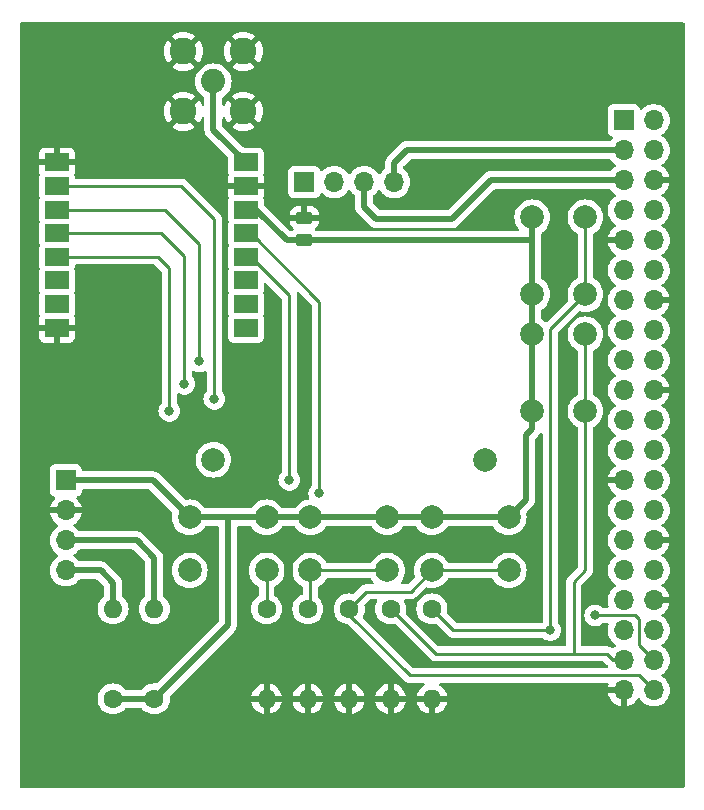
<source format=gbl>
G04 #@! TF.GenerationSoftware,KiCad,Pcbnew,7.0.10*
G04 #@! TF.CreationDate,2024-02-01T09:42:09+01:00*
G04 #@! TF.ProjectId,LoRa-APRS-Gateway-RPI-RA01,4c6f5261-2d41-4505-9253-2d4761746577,rev?*
G04 #@! TF.SameCoordinates,Original*
G04 #@! TF.FileFunction,Copper,L2,Bot*
G04 #@! TF.FilePolarity,Positive*
%FSLAX46Y46*%
G04 Gerber Fmt 4.6, Leading zero omitted, Abs format (unit mm)*
G04 Created by KiCad (PCBNEW 7.0.10) date 2024-02-01 09:42:09*
%MOMM*%
%LPD*%
G01*
G04 APERTURE LIST*
G04 Aperture macros list*
%AMRoundRect*
0 Rectangle with rounded corners*
0 $1 Rounding radius*
0 $2 $3 $4 $5 $6 $7 $8 $9 X,Y pos of 4 corners*
0 Add a 4 corners polygon primitive as box body*
4,1,4,$2,$3,$4,$5,$6,$7,$8,$9,$2,$3,0*
0 Add four circle primitives for the rounded corners*
1,1,$1+$1,$2,$3*
1,1,$1+$1,$4,$5*
1,1,$1+$1,$6,$7*
1,1,$1+$1,$8,$9*
0 Add four rect primitives between the rounded corners*
20,1,$1+$1,$2,$3,$4,$5,0*
20,1,$1+$1,$4,$5,$6,$7,0*
20,1,$1+$1,$6,$7,$8,$9,0*
20,1,$1+$1,$8,$9,$2,$3,0*%
G04 Aperture macros list end*
G04 #@! TA.AperFunction,ComponentPad*
%ADD10C,1.600000*%
G04 #@! TD*
G04 #@! TA.AperFunction,ComponentPad*
%ADD11O,1.600000X1.600000*%
G04 #@! TD*
G04 #@! TA.AperFunction,ComponentPad*
%ADD12C,2.000000*%
G04 #@! TD*
G04 #@! TA.AperFunction,ComponentPad*
%ADD13C,2.050000*%
G04 #@! TD*
G04 #@! TA.AperFunction,ComponentPad*
%ADD14C,2.250000*%
G04 #@! TD*
G04 #@! TA.AperFunction,ComponentPad*
%ADD15R,1.700000X1.700000*%
G04 #@! TD*
G04 #@! TA.AperFunction,ComponentPad*
%ADD16O,1.700000X1.700000*%
G04 #@! TD*
G04 #@! TA.AperFunction,SMDPad,CuDef*
%ADD17R,2.000000X1.500000*%
G04 #@! TD*
G04 #@! TA.AperFunction,SMDPad,CuDef*
%ADD18RoundRect,0.250000X0.475000X-0.250000X0.475000X0.250000X-0.475000X0.250000X-0.475000X-0.250000X0*%
G04 #@! TD*
G04 #@! TA.AperFunction,ViaPad*
%ADD19C,0.800000*%
G04 #@! TD*
G04 #@! TA.AperFunction,Conductor*
%ADD20C,0.250000*%
G04 #@! TD*
G04 #@! TA.AperFunction,Conductor*
%ADD21C,0.500000*%
G04 #@! TD*
G04 APERTURE END LIST*
D10*
X100450000Y-140941000D03*
D11*
X100450000Y-148561000D03*
D10*
X107450000Y-140941000D03*
D11*
X107450000Y-148561000D03*
D12*
X114450000Y-133191000D03*
X120950000Y-133191000D03*
X114450000Y-137691000D03*
X120950000Y-137691000D03*
X122950000Y-124191000D03*
X122950000Y-117691000D03*
X127450000Y-124191000D03*
X127450000Y-117691000D03*
D13*
X95950000Y-96291000D03*
D14*
X93410000Y-98831000D03*
X98490000Y-98831000D03*
X93410000Y-93751000D03*
X98490000Y-93751000D03*
D12*
X93950000Y-133191000D03*
X100450000Y-133191000D03*
X93950000Y-137691000D03*
X100450000Y-137691000D03*
X122950000Y-114291000D03*
X122950000Y-107791000D03*
X127450000Y-114291000D03*
X127450000Y-107791000D03*
X104160000Y-133191000D03*
X110660000Y-133191000D03*
X104160000Y-137691000D03*
X110660000Y-137691000D03*
D10*
X103950000Y-140941000D03*
D11*
X103950000Y-148561000D03*
D10*
X110950000Y-140941000D03*
D11*
X110950000Y-148561000D03*
D10*
X114450000Y-140941000D03*
D11*
X114450000Y-148561000D03*
D15*
X83450000Y-130071000D03*
D16*
X83450000Y-132611000D03*
X83450000Y-135151000D03*
X83450000Y-137691000D03*
D10*
X87450000Y-148561000D03*
D11*
X87450000Y-140941000D03*
D10*
X90950000Y-148561000D03*
D11*
X90950000Y-140941000D03*
D15*
X103640000Y-104812857D03*
D16*
X106180000Y-104812857D03*
X108720000Y-104812857D03*
X111260000Y-104812857D03*
D12*
X95950000Y-128312857D03*
X118950000Y-128312857D03*
D15*
X130687680Y-99573080D03*
D16*
X133227680Y-99573080D03*
X130687680Y-102113080D03*
X133227680Y-102113080D03*
X130687680Y-104653080D03*
X133227680Y-104653080D03*
X130687680Y-107193080D03*
X133227680Y-107193080D03*
X130687680Y-109733080D03*
X133227680Y-109733080D03*
X130687680Y-112273080D03*
X133227680Y-112273080D03*
X130687680Y-114813080D03*
X133227680Y-114813080D03*
X130687680Y-117353080D03*
X133227680Y-117353080D03*
X130687680Y-119893080D03*
X133227680Y-119893080D03*
X130687680Y-122433080D03*
X133227680Y-122433080D03*
X130687680Y-124973080D03*
X133227680Y-124973080D03*
X130687680Y-127513080D03*
X133227680Y-127513080D03*
X130687680Y-130053080D03*
X133227680Y-130053080D03*
X130687680Y-132593080D03*
X133227680Y-132593080D03*
X130687680Y-135133080D03*
X133227680Y-135133080D03*
X130687680Y-137673080D03*
X133227680Y-137673080D03*
X130687680Y-140213080D03*
X133227680Y-140213080D03*
X130687680Y-142753080D03*
X133227680Y-142753080D03*
X130687680Y-145293080D03*
X133227680Y-145293080D03*
X130687680Y-147833080D03*
X133227680Y-147833080D03*
D17*
X98699669Y-103141882D03*
X98699669Y-105141882D03*
X98699669Y-107141882D03*
X98699669Y-109141882D03*
X98699669Y-111141882D03*
X98699669Y-113141882D03*
X98699669Y-115141882D03*
X98699669Y-117141882D03*
X82699669Y-117141882D03*
X82699669Y-115141882D03*
X82699669Y-113141882D03*
X82699669Y-111141882D03*
X82699669Y-109141882D03*
X82699669Y-107141882D03*
X82699669Y-105141882D03*
X82699669Y-103141882D03*
D18*
X103640000Y-109741000D03*
X103640000Y-107841000D03*
D19*
X110950000Y-142973000D03*
X113262000Y-105021000D03*
X104880000Y-102227000D03*
X109990000Y-106336857D03*
X102370000Y-130019000D03*
X104910000Y-131162000D03*
X94750000Y-119986000D03*
X93480000Y-121891000D03*
X92210000Y-124177000D03*
X96020000Y-123161000D03*
X128270000Y-141491000D03*
X124470000Y-142753080D03*
D20*
X104160000Y-140731000D02*
X103950000Y-140941000D01*
X104160000Y-137691000D02*
X104160000Y-140731000D01*
D21*
X97163000Y-142348000D02*
X97163000Y-133191000D01*
X90950000Y-148561000D02*
X97163000Y-142348000D01*
X97163000Y-133191000D02*
X100450000Y-133191000D01*
X93950000Y-133191000D02*
X97163000Y-133191000D01*
X86410000Y-137691000D02*
X87450000Y-138731000D01*
X112300471Y-102113080D02*
X111260000Y-103153551D01*
X87450000Y-138731000D02*
X87450000Y-140941000D01*
X130687680Y-102113080D02*
X112300471Y-102113080D01*
X83450000Y-137691000D02*
X86410000Y-137691000D01*
X111260000Y-103153551D02*
X111260000Y-104812857D01*
X83450000Y-135151000D02*
X89450000Y-135151000D01*
X90950000Y-136651000D02*
X90950000Y-140941000D01*
X109740000Y-107941000D02*
X108720000Y-106921000D01*
X119412471Y-104653080D02*
X116124551Y-107941000D01*
X89450000Y-135151000D02*
X90950000Y-136651000D01*
X108720000Y-106921000D02*
X108720000Y-104812857D01*
X130687680Y-104653080D02*
X119412471Y-104653080D01*
X116124551Y-107941000D02*
X109740000Y-107941000D01*
D20*
X99099669Y-111141882D02*
X102370000Y-114412213D01*
X102370000Y-114412213D02*
X102370000Y-129892000D01*
X99099669Y-109141882D02*
X104910000Y-114952213D01*
X104910000Y-114952213D02*
X104910000Y-131162000D01*
X82699669Y-107141882D02*
X91811882Y-107141882D01*
X91811882Y-107141882D02*
X94750000Y-110080000D01*
X94750000Y-110080000D02*
X94750000Y-119986000D01*
X91525882Y-109141882D02*
X93480000Y-111096000D01*
X93480000Y-111096000D02*
X93480000Y-121891000D01*
X91525882Y-109141882D02*
X82699669Y-109141882D01*
X92210000Y-124177000D02*
X92210000Y-112112000D01*
X91239882Y-111141882D02*
X92210000Y-112112000D01*
X91239882Y-111141882D02*
X82699669Y-111141882D01*
X82699669Y-105141882D02*
X93240882Y-105141882D01*
X96020000Y-107921000D02*
X96020000Y-123161000D01*
X93240882Y-105141882D02*
X96020000Y-107921000D01*
X112650000Y-139491000D02*
X114450000Y-137691000D01*
X112572000Y-146571000D02*
X131965600Y-146571000D01*
X114450000Y-137691000D02*
X120950000Y-137691000D01*
X107450000Y-141449000D02*
X112572000Y-146571000D01*
X107450000Y-140941000D02*
X108900000Y-139491000D01*
X108900000Y-139491000D02*
X112650000Y-139491000D01*
X131965600Y-146571000D02*
X133227680Y-147833080D01*
X131610000Y-141491000D02*
X128270000Y-141491000D01*
X104160000Y-137691000D02*
X110660000Y-137691000D01*
X131960000Y-141841000D02*
X131610000Y-141491000D01*
X131960000Y-144025400D02*
X131960000Y-141841000D01*
X133227680Y-145293080D02*
X131960000Y-144025400D01*
X100450000Y-137691000D02*
X100450000Y-140941000D01*
X124470000Y-142753080D02*
X124470000Y-117271000D01*
X124470000Y-142753080D02*
X116262080Y-142753080D01*
X116262080Y-142753080D02*
X114450000Y-140941000D01*
X124470000Y-117271000D02*
X127450000Y-114291000D01*
X127450000Y-107791000D02*
X127450000Y-114291000D01*
X127450000Y-137691000D02*
X126450000Y-138691000D01*
X114760000Y-144751000D02*
X129272080Y-144751000D01*
X110950000Y-140941000D02*
X114760000Y-144751000D01*
X126450000Y-138691000D02*
X126450000Y-144693080D01*
X127450000Y-124191000D02*
X127450000Y-137691000D01*
X129814160Y-145293080D02*
X130687680Y-145293080D01*
X127450000Y-124191000D02*
X127450000Y-117691000D01*
X129272080Y-144751000D02*
X129814160Y-145293080D01*
D21*
X95950000Y-100392213D02*
X98699669Y-103141882D01*
X95950000Y-96291000D02*
X95950000Y-100392213D01*
X122950000Y-109826000D02*
X122950000Y-107791000D01*
X83450000Y-130071000D02*
X90830000Y-130071000D01*
D20*
X122865000Y-109741000D02*
X122950000Y-109826000D01*
D21*
X110660000Y-133191000D02*
X114450000Y-133191000D01*
X100450000Y-133191000D02*
X104160000Y-133191000D01*
X122450000Y-126191000D02*
X122450000Y-131691000D01*
X122950000Y-124191000D02*
X122950000Y-125691000D01*
X122950000Y-124191000D02*
X122950000Y-117691000D01*
X122950000Y-114291000D02*
X122950000Y-109826000D01*
X102158000Y-109741000D02*
X103640000Y-109741000D01*
X122950000Y-117691000D02*
X122950000Y-114291000D01*
X122950000Y-125691000D02*
X122450000Y-126191000D01*
X122450000Y-131691000D02*
X120950000Y-133191000D01*
X90830000Y-130071000D02*
X93950000Y-133191000D01*
X103640000Y-109741000D02*
X122865000Y-109741000D01*
X104160000Y-133191000D02*
X110660000Y-133191000D01*
X99558882Y-107141882D02*
X102158000Y-109741000D01*
X114450000Y-133191000D02*
X120950000Y-133191000D01*
X87450000Y-148561000D02*
X90950000Y-148561000D01*
G04 #@! TA.AperFunction,Conductor*
G36*
X109757311Y-140144502D02*
G01*
X109803804Y-140198158D01*
X109813908Y-140268432D01*
X109803385Y-140303747D01*
X109772390Y-140370216D01*
X109715717Y-140491753D01*
X109715715Y-140491759D01*
X109665039Y-140680886D01*
X109656457Y-140712913D01*
X109636502Y-140941000D01*
X109656457Y-141169087D01*
X109668924Y-141215614D01*
X109715715Y-141390240D01*
X109715717Y-141390246D01*
X109782463Y-141533383D01*
X109812477Y-141597749D01*
X109943802Y-141785300D01*
X110105700Y-141947198D01*
X110293251Y-142078523D01*
X110500757Y-142175284D01*
X110721913Y-142234543D01*
X110950000Y-142254498D01*
X111178087Y-142234543D01*
X111241541Y-142217540D01*
X111312516Y-142219228D01*
X111363247Y-142250151D01*
X114252753Y-145139657D01*
X114262720Y-145152097D01*
X114262947Y-145151910D01*
X114267999Y-145158017D01*
X114317666Y-145204657D01*
X114320510Y-145207414D01*
X114340230Y-145227134D01*
X114343416Y-145229605D01*
X114352447Y-145237318D01*
X114384678Y-145267585D01*
X114384682Y-145267588D01*
X114402430Y-145277345D01*
X114418957Y-145288201D01*
X114434960Y-145300614D01*
X114475539Y-145318174D01*
X114486187Y-145323391D01*
X114524934Y-145344692D01*
X114524936Y-145344693D01*
X114524940Y-145344695D01*
X114544562Y-145349733D01*
X114563263Y-145356135D01*
X114575814Y-145361567D01*
X114581852Y-145364180D01*
X114581853Y-145364180D01*
X114581855Y-145364181D01*
X114625530Y-145371098D01*
X114637141Y-145373502D01*
X114679970Y-145384500D01*
X114700224Y-145384500D01*
X114719934Y-145386051D01*
X114722141Y-145386400D01*
X114739943Y-145389220D01*
X114783961Y-145385058D01*
X114795819Y-145384500D01*
X128957485Y-145384500D01*
X129025606Y-145404502D01*
X129046581Y-145421405D01*
X129306917Y-145681742D01*
X129316879Y-145694176D01*
X129317106Y-145693989D01*
X129322160Y-145700098D01*
X129342981Y-145719650D01*
X129378946Y-145780862D01*
X129376109Y-145851802D01*
X129335368Y-145909946D01*
X129269660Y-145936835D01*
X129256728Y-145937500D01*
X112886594Y-145937500D01*
X112818473Y-145917498D01*
X112797499Y-145900595D01*
X108620374Y-141723469D01*
X108586348Y-141661157D01*
X108591413Y-141590341D01*
X108595262Y-141581151D01*
X108684284Y-141390243D01*
X108743543Y-141169087D01*
X108763498Y-140941000D01*
X108743543Y-140712913D01*
X108726540Y-140649457D01*
X108728229Y-140578483D01*
X108759149Y-140527753D01*
X109125500Y-140161404D01*
X109187812Y-140127379D01*
X109214595Y-140124500D01*
X109689190Y-140124500D01*
X109757311Y-140144502D01*
G37*
G04 #@! TD.AperFunction*
G04 #@! TA.AperFunction,Conductor*
G36*
X129560429Y-102891582D02*
G01*
X129597790Y-102928663D01*
X129611958Y-102950348D01*
X129737750Y-103086993D01*
X129764442Y-103115988D01*
X129819011Y-103158461D01*
X129942104Y-103254269D01*
X129975360Y-103272266D01*
X130025751Y-103322280D01*
X130041103Y-103391596D01*
X130016542Y-103458209D01*
X129975360Y-103493893D01*
X129942106Y-103511890D01*
X129942104Y-103511891D01*
X129764442Y-103650171D01*
X129611957Y-103815813D01*
X129597790Y-103837497D01*
X129543785Y-103883585D01*
X129492308Y-103894580D01*
X119476912Y-103894580D01*
X119458652Y-103893250D01*
X119434683Y-103889739D01*
X119434682Y-103889739D01*
X119394552Y-103893250D01*
X119384825Y-103894101D01*
X119373844Y-103894580D01*
X119368285Y-103894580D01*
X119337180Y-103898215D01*
X119333538Y-103898587D01*
X119258048Y-103905192D01*
X119250857Y-103906677D01*
X119250843Y-103906612D01*
X119243479Y-103908245D01*
X119243495Y-103908309D01*
X119236358Y-103910000D01*
X119165129Y-103935924D01*
X119161673Y-103937125D01*
X119089739Y-103960963D01*
X119083086Y-103964066D01*
X119083057Y-103964005D01*
X119076263Y-103967294D01*
X119076293Y-103967353D01*
X119069740Y-103970643D01*
X119006391Y-104012309D01*
X119003301Y-104014277D01*
X118938822Y-104054048D01*
X118933059Y-104058605D01*
X118933018Y-104058553D01*
X118927175Y-104063313D01*
X118927217Y-104063363D01*
X118921599Y-104068076D01*
X118869558Y-104123236D01*
X118867005Y-104125863D01*
X115847275Y-107145595D01*
X115784963Y-107179620D01*
X115758180Y-107182500D01*
X110106371Y-107182500D01*
X110038250Y-107162498D01*
X110017276Y-107145595D01*
X109515405Y-106643724D01*
X109481379Y-106581412D01*
X109478500Y-106554629D01*
X109478500Y-106005583D01*
X109498502Y-105937462D01*
X109527106Y-105906154D01*
X109643240Y-105815763D01*
X109795722Y-105650125D01*
X109884518Y-105514211D01*
X109938520Y-105468125D01*
X110008868Y-105458549D01*
X110073225Y-105488526D01*
X110095480Y-105514210D01*
X110128607Y-105564915D01*
X110184275Y-105650122D01*
X110184279Y-105650127D01*
X110252511Y-105724245D01*
X110333278Y-105811981D01*
X110336762Y-105815765D01*
X110378116Y-105847952D01*
X110514424Y-105954046D01*
X110712426Y-106061199D01*
X110712427Y-106061199D01*
X110712428Y-106061200D01*
X110817101Y-106097134D01*
X110925365Y-106134301D01*
X111147431Y-106171357D01*
X111147435Y-106171357D01*
X111372565Y-106171357D01*
X111372569Y-106171357D01*
X111594635Y-106134301D01*
X111807574Y-106061199D01*
X112005576Y-105954046D01*
X112183240Y-105815763D01*
X112335722Y-105650125D01*
X112458860Y-105461648D01*
X112549296Y-105255473D01*
X112604564Y-105037225D01*
X112623156Y-104812857D01*
X112604564Y-104588489D01*
X112587437Y-104520855D01*
X112549297Y-104370244D01*
X112549296Y-104370243D01*
X112549296Y-104370241D01*
X112458860Y-104164066D01*
X112452140Y-104153781D01*
X112335724Y-103975591D01*
X112335720Y-103975586D01*
X112264689Y-103898427D01*
X112183240Y-103809951D01*
X112183234Y-103809946D01*
X112067109Y-103719561D01*
X112025638Y-103661936D01*
X112018500Y-103620130D01*
X112018500Y-103519922D01*
X112038502Y-103451801D01*
X112055405Y-103430827D01*
X112577747Y-102908485D01*
X112640059Y-102874459D01*
X112666842Y-102871580D01*
X129492308Y-102871580D01*
X129560429Y-102891582D01*
G37*
G04 #@! TD.AperFunction*
G04 #@! TA.AperFunction,Conductor*
G36*
X135791621Y-91311502D02*
G01*
X135838114Y-91365158D01*
X135849500Y-91417500D01*
X135849500Y-155964500D01*
X135829498Y-156032621D01*
X135775842Y-156079114D01*
X135723500Y-156090500D01*
X79676500Y-156090500D01*
X79608379Y-156070498D01*
X79561886Y-156016842D01*
X79550500Y-155964500D01*
X79550500Y-137691000D01*
X82086844Y-137691000D01*
X82104696Y-137906440D01*
X82105437Y-137915375D01*
X82160702Y-138133612D01*
X82160703Y-138133613D01*
X82160704Y-138133616D01*
X82212434Y-138251549D01*
X82251141Y-138339793D01*
X82374275Y-138528265D01*
X82374279Y-138528270D01*
X82478187Y-138641142D01*
X82520241Y-138686825D01*
X82526762Y-138693908D01*
X82552021Y-138713568D01*
X82704424Y-138832189D01*
X82902426Y-138939342D01*
X82902427Y-138939342D01*
X82902428Y-138939343D01*
X82943387Y-138953404D01*
X83115365Y-139012444D01*
X83337431Y-139049500D01*
X83337435Y-139049500D01*
X83562565Y-139049500D01*
X83562569Y-139049500D01*
X83784635Y-139012444D01*
X83997574Y-138939342D01*
X84195576Y-138832189D01*
X84373240Y-138693906D01*
X84525722Y-138528268D01*
X84536565Y-138511670D01*
X84539890Y-138506583D01*
X84593895Y-138460495D01*
X84645372Y-138449500D01*
X86043629Y-138449500D01*
X86111750Y-138469502D01*
X86132724Y-138486405D01*
X86654595Y-139008276D01*
X86688621Y-139070588D01*
X86691500Y-139097371D01*
X86691500Y-139809132D01*
X86671498Y-139877253D01*
X86637772Y-139912344D01*
X86605706Y-139934797D01*
X86605697Y-139934804D01*
X86443804Y-140096697D01*
X86443799Y-140096703D01*
X86312477Y-140284250D01*
X86215717Y-140491753D01*
X86215715Y-140491759D01*
X86165039Y-140680886D01*
X86156457Y-140712913D01*
X86136502Y-140941000D01*
X86156457Y-141169087D01*
X86168924Y-141215614D01*
X86215715Y-141390240D01*
X86215717Y-141390246D01*
X86282463Y-141533383D01*
X86312477Y-141597749D01*
X86443802Y-141785300D01*
X86605700Y-141947198D01*
X86793251Y-142078523D01*
X87000757Y-142175284D01*
X87221913Y-142234543D01*
X87450000Y-142254498D01*
X87678087Y-142234543D01*
X87899243Y-142175284D01*
X88106749Y-142078523D01*
X88294300Y-141947198D01*
X88456198Y-141785300D01*
X88587523Y-141597749D01*
X88684284Y-141390243D01*
X88743543Y-141169087D01*
X88763498Y-140941000D01*
X88743543Y-140712913D01*
X88684284Y-140491757D01*
X88587523Y-140284251D01*
X88456198Y-140096700D01*
X88294300Y-139934802D01*
X88276590Y-139922401D01*
X88262228Y-139912344D01*
X88217900Y-139856887D01*
X88208500Y-139809132D01*
X88208500Y-138795435D01*
X88209831Y-138777172D01*
X88209920Y-138776562D01*
X88213341Y-138753211D01*
X88208979Y-138703351D01*
X88208500Y-138692371D01*
X88208500Y-138686825D01*
X88208500Y-138686820D01*
X88204863Y-138655712D01*
X88204492Y-138652080D01*
X88204392Y-138650933D01*
X88197887Y-138576573D01*
X88197886Y-138576569D01*
X88196403Y-138569387D01*
X88196469Y-138569373D01*
X88194839Y-138562019D01*
X88194773Y-138562035D01*
X88193079Y-138554890D01*
X88193079Y-138554887D01*
X88167122Y-138483572D01*
X88165973Y-138480264D01*
X88142114Y-138408262D01*
X88142113Y-138408260D01*
X88139014Y-138401614D01*
X88139075Y-138401585D01*
X88135788Y-138394795D01*
X88135728Y-138394826D01*
X88132433Y-138388265D01*
X88107232Y-138349950D01*
X88090776Y-138324930D01*
X88088812Y-138321846D01*
X88049032Y-138257351D01*
X88044478Y-138251592D01*
X88044531Y-138251549D01*
X88039766Y-138245700D01*
X88039715Y-138245744D01*
X88034998Y-138240122D01*
X87979826Y-138188070D01*
X87977197Y-138185516D01*
X86991908Y-137200227D01*
X86979936Y-137186375D01*
X86965469Y-137166942D01*
X86965467Y-137166940D01*
X86927129Y-137134770D01*
X86919027Y-137127345D01*
X86915106Y-137123424D01*
X86890528Y-137103989D01*
X86887691Y-137101678D01*
X86829635Y-137052964D01*
X86823506Y-137048933D01*
X86823541Y-137048878D01*
X86817187Y-137044829D01*
X86817153Y-137044886D01*
X86810906Y-137041033D01*
X86742205Y-137008996D01*
X86738909Y-137007401D01*
X86671188Y-136973391D01*
X86671186Y-136973390D01*
X86671183Y-136973389D01*
X86664289Y-136970880D01*
X86664311Y-136970817D01*
X86657189Y-136968341D01*
X86657169Y-136968404D01*
X86650211Y-136966098D01*
X86575942Y-136950762D01*
X86572367Y-136949969D01*
X86498656Y-136932500D01*
X86491367Y-136931648D01*
X86491374Y-136931580D01*
X86483877Y-136930814D01*
X86483872Y-136930881D01*
X86476559Y-136930241D01*
X86476558Y-136930241D01*
X86430539Y-136931580D01*
X86400741Y-136932447D01*
X86397077Y-136932500D01*
X84645372Y-136932500D01*
X84577251Y-136912498D01*
X84539890Y-136875417D01*
X84525723Y-136853734D01*
X84525722Y-136853732D01*
X84373240Y-136688094D01*
X84373239Y-136688093D01*
X84373237Y-136688091D01*
X84268820Y-136606820D01*
X84195576Y-136549811D01*
X84162319Y-136531813D01*
X84111929Y-136481802D01*
X84096576Y-136412485D01*
X84121136Y-136345872D01*
X84162320Y-136310186D01*
X84195576Y-136292189D01*
X84373240Y-136153906D01*
X84525722Y-135988268D01*
X84536565Y-135971670D01*
X84539890Y-135966583D01*
X84593895Y-135920495D01*
X84645372Y-135909500D01*
X89083629Y-135909500D01*
X89151750Y-135929502D01*
X89172724Y-135946405D01*
X90154595Y-136928276D01*
X90188621Y-136990588D01*
X90191500Y-137017371D01*
X90191500Y-139809132D01*
X90171498Y-139877253D01*
X90137772Y-139912344D01*
X90105706Y-139934797D01*
X90105697Y-139934804D01*
X89943804Y-140096697D01*
X89943799Y-140096703D01*
X89812477Y-140284250D01*
X89715717Y-140491753D01*
X89715715Y-140491759D01*
X89665039Y-140680886D01*
X89656457Y-140712913D01*
X89636502Y-140941000D01*
X89656457Y-141169087D01*
X89668924Y-141215614D01*
X89715715Y-141390240D01*
X89715717Y-141390246D01*
X89782463Y-141533383D01*
X89812477Y-141597749D01*
X89943802Y-141785300D01*
X90105700Y-141947198D01*
X90293251Y-142078523D01*
X90500757Y-142175284D01*
X90721913Y-142234543D01*
X90950000Y-142254498D01*
X91178087Y-142234543D01*
X91399243Y-142175284D01*
X91606749Y-142078523D01*
X91794300Y-141947198D01*
X91956198Y-141785300D01*
X92087523Y-141597749D01*
X92184284Y-141390243D01*
X92243543Y-141169087D01*
X92263498Y-140941000D01*
X92243543Y-140712913D01*
X92184284Y-140491757D01*
X92087523Y-140284251D01*
X91956198Y-140096700D01*
X91794300Y-139934802D01*
X91776590Y-139922401D01*
X91762228Y-139912344D01*
X91717900Y-139856887D01*
X91708500Y-139809132D01*
X91708500Y-137691000D01*
X92436835Y-137691000D01*
X92450855Y-137869143D01*
X92455465Y-137927710D01*
X92510894Y-138158592D01*
X92585950Y-138339793D01*
X92601760Y-138377963D01*
X92719065Y-138569387D01*
X92725825Y-138580417D01*
X92725826Y-138580419D01*
X92880030Y-138760969D01*
X93048647Y-138904981D01*
X93060584Y-138915176D01*
X93263037Y-139039240D01*
X93482406Y-139130105D01*
X93713289Y-139185535D01*
X93950000Y-139204165D01*
X94186711Y-139185535D01*
X94417594Y-139130105D01*
X94636963Y-139039240D01*
X94839416Y-138915176D01*
X95019969Y-138760969D01*
X95174176Y-138580416D01*
X95298240Y-138377963D01*
X95389105Y-138158594D01*
X95444535Y-137927711D01*
X95463165Y-137691000D01*
X95444535Y-137454289D01*
X95389105Y-137223406D01*
X95298240Y-137004037D01*
X95174176Y-136801584D01*
X95085000Y-136697172D01*
X95019969Y-136621030D01*
X94839419Y-136466826D01*
X94839417Y-136466825D01*
X94839416Y-136466824D01*
X94636963Y-136342760D01*
X94635805Y-136342280D01*
X94417592Y-136251894D01*
X94259651Y-136213976D01*
X94186711Y-136196465D01*
X93950000Y-136177835D01*
X93713289Y-136196465D01*
X93482407Y-136251894D01*
X93263038Y-136342759D01*
X93060582Y-136466825D01*
X93060580Y-136466826D01*
X92880030Y-136621030D01*
X92725826Y-136801580D01*
X92725825Y-136801582D01*
X92601759Y-137004038D01*
X92510894Y-137223407D01*
X92457809Y-137444526D01*
X92455465Y-137454289D01*
X92436835Y-137691000D01*
X91708500Y-137691000D01*
X91708500Y-136715435D01*
X91709831Y-136697172D01*
X91713340Y-136673216D01*
X91713341Y-136673211D01*
X91708979Y-136623351D01*
X91708500Y-136612371D01*
X91708500Y-136606825D01*
X91708500Y-136606820D01*
X91704863Y-136575712D01*
X91704492Y-136572080D01*
X91702544Y-136549810D01*
X91697887Y-136496573D01*
X91697886Y-136496569D01*
X91696403Y-136489387D01*
X91696469Y-136489373D01*
X91694839Y-136482019D01*
X91694773Y-136482035D01*
X91693079Y-136474890D01*
X91693079Y-136474887D01*
X91667137Y-136403612D01*
X91665963Y-136400234D01*
X91665667Y-136399342D01*
X91642114Y-136328261D01*
X91642112Y-136328258D01*
X91639014Y-136321615D01*
X91639076Y-136321586D01*
X91635791Y-136314800D01*
X91635731Y-136314831D01*
X91632434Y-136308267D01*
X91590775Y-136244925D01*
X91588807Y-136241836D01*
X91549031Y-136177351D01*
X91549030Y-136177349D01*
X91549027Y-136177346D01*
X91544477Y-136171591D01*
X91544530Y-136171548D01*
X91539766Y-136165700D01*
X91539715Y-136165744D01*
X91534998Y-136160122D01*
X91479826Y-136108070D01*
X91477197Y-136105516D01*
X90031908Y-134660227D01*
X90019936Y-134646375D01*
X90005469Y-134626942D01*
X90005467Y-134626940D01*
X89967129Y-134594770D01*
X89959027Y-134587345D01*
X89955106Y-134583424D01*
X89930528Y-134563989D01*
X89927691Y-134561678D01*
X89869635Y-134512964D01*
X89863506Y-134508933D01*
X89863541Y-134508878D01*
X89857187Y-134504829D01*
X89857153Y-134504886D01*
X89850906Y-134501033D01*
X89782205Y-134468996D01*
X89778909Y-134467401D01*
X89759923Y-134457866D01*
X89711188Y-134433391D01*
X89711186Y-134433390D01*
X89711183Y-134433389D01*
X89704289Y-134430880D01*
X89704311Y-134430817D01*
X89697189Y-134428341D01*
X89697169Y-134428404D01*
X89690211Y-134426098D01*
X89615942Y-134410762D01*
X89612367Y-134409969D01*
X89538656Y-134392500D01*
X89531367Y-134391648D01*
X89531374Y-134391580D01*
X89523877Y-134390814D01*
X89523872Y-134390881D01*
X89516559Y-134390241D01*
X89516558Y-134390241D01*
X89470539Y-134391580D01*
X89440741Y-134392447D01*
X89437077Y-134392500D01*
X84645372Y-134392500D01*
X84577251Y-134372498D01*
X84539890Y-134335417D01*
X84525723Y-134313734D01*
X84525722Y-134313732D01*
X84373240Y-134148094D01*
X84373239Y-134148093D01*
X84373237Y-134148091D01*
X84279972Y-134075500D01*
X84195576Y-134009811D01*
X84161792Y-133991528D01*
X84111402Y-133941516D01*
X84096050Y-133872199D01*
X84120610Y-133805586D01*
X84161793Y-133769901D01*
X84195300Y-133751767D01*
X84195301Y-133751767D01*
X84372902Y-133613534D01*
X84525325Y-133447958D01*
X84648419Y-133259548D01*
X84738820Y-133053456D01*
X84738823Y-133053449D01*
X84786544Y-132865000D01*
X83881116Y-132865000D01*
X83909493Y-132820844D01*
X83950000Y-132682889D01*
X83950000Y-132539111D01*
X83909493Y-132401156D01*
X83881116Y-132357000D01*
X84786544Y-132357000D01*
X84786544Y-132356999D01*
X84738823Y-132168550D01*
X84738820Y-132168543D01*
X84648419Y-131962451D01*
X84525325Y-131774041D01*
X84382018Y-131618367D01*
X84350598Y-131554702D01*
X84358585Y-131484156D01*
X84403444Y-131429127D01*
X84430679Y-131414977D01*
X84546204Y-131371889D01*
X84663261Y-131284261D01*
X84730626Y-131194272D01*
X84750887Y-131167207D01*
X84750887Y-131167206D01*
X84750889Y-131167204D01*
X84801989Y-131030201D01*
X84808239Y-130972072D01*
X84808499Y-130969649D01*
X84808500Y-130969632D01*
X84808500Y-130955500D01*
X84828502Y-130887379D01*
X84882158Y-130840886D01*
X84934500Y-130829500D01*
X90463629Y-130829500D01*
X90531750Y-130849502D01*
X90552724Y-130866405D01*
X92441412Y-132755093D01*
X92475438Y-132817405D01*
X92474835Y-132873601D01*
X92455465Y-132954289D01*
X92436835Y-133191000D01*
X92455465Y-133427711D01*
X92456098Y-133430348D01*
X92510894Y-133658592D01*
X92571781Y-133805586D01*
X92601760Y-133877963D01*
X92722811Y-134075500D01*
X92725825Y-134080417D01*
X92725826Y-134080419D01*
X92880030Y-134260969D01*
X93060580Y-134415173D01*
X93060584Y-134415176D01*
X93263037Y-134539240D01*
X93482406Y-134630105D01*
X93713289Y-134685535D01*
X93950000Y-134704165D01*
X94186711Y-134685535D01*
X94417594Y-134630105D01*
X94636963Y-134539240D01*
X94839416Y-134415176D01*
X95019969Y-134260969D01*
X95174176Y-134080416D01*
X95217533Y-134009663D01*
X95270180Y-133962034D01*
X95324965Y-133949500D01*
X96278500Y-133949500D01*
X96346621Y-133969502D01*
X96393114Y-134023158D01*
X96404500Y-134075500D01*
X96404500Y-141981628D01*
X96384498Y-142049749D01*
X96367595Y-142070723D01*
X91212989Y-147225328D01*
X91150677Y-147259354D01*
X91112913Y-147261754D01*
X90950000Y-147247502D01*
X90721913Y-147267457D01*
X90500759Y-147326715D01*
X90500753Y-147326717D01*
X90293250Y-147423477D01*
X90105703Y-147554799D01*
X90105697Y-147554804D01*
X89943804Y-147716697D01*
X89943797Y-147716706D01*
X89921344Y-147748772D01*
X89865887Y-147793100D01*
X89818132Y-147802500D01*
X88581868Y-147802500D01*
X88513747Y-147782498D01*
X88478656Y-147748772D01*
X88460414Y-147722721D01*
X88456198Y-147716700D01*
X88294300Y-147554802D01*
X88121367Y-147433713D01*
X88106749Y-147423477D01*
X87899246Y-147326717D01*
X87899240Y-147326715D01*
X87718023Y-147278158D01*
X87678087Y-147267457D01*
X87450000Y-147247502D01*
X87221913Y-147267457D01*
X87000759Y-147326715D01*
X87000753Y-147326717D01*
X86793250Y-147423477D01*
X86605703Y-147554799D01*
X86605697Y-147554804D01*
X86443804Y-147716697D01*
X86443799Y-147716703D01*
X86312477Y-147904250D01*
X86215717Y-148111753D01*
X86215715Y-148111759D01*
X86163400Y-148307000D01*
X86156457Y-148332913D01*
X86136502Y-148561000D01*
X86156457Y-148789087D01*
X86168924Y-148835614D01*
X86215715Y-149010240D01*
X86215717Y-149010246D01*
X86312477Y-149217749D01*
X86397729Y-149339502D01*
X86443802Y-149405300D01*
X86605700Y-149567198D01*
X86793251Y-149698523D01*
X87000757Y-149795284D01*
X87221913Y-149854543D01*
X87450000Y-149874498D01*
X87678087Y-149854543D01*
X87899243Y-149795284D01*
X88106749Y-149698523D01*
X88294300Y-149567198D01*
X88456198Y-149405300D01*
X88467618Y-149388990D01*
X88478656Y-149373228D01*
X88534113Y-149328900D01*
X88581868Y-149319500D01*
X89818132Y-149319500D01*
X89886253Y-149339502D01*
X89921344Y-149373228D01*
X89943574Y-149404974D01*
X89943802Y-149405300D01*
X90105700Y-149567198D01*
X90293251Y-149698523D01*
X90500757Y-149795284D01*
X90721913Y-149854543D01*
X90950000Y-149874498D01*
X91178087Y-149854543D01*
X91399243Y-149795284D01*
X91606749Y-149698523D01*
X91794300Y-149567198D01*
X91956198Y-149405300D01*
X92087523Y-149217749D01*
X92184284Y-149010243D01*
X92243543Y-148789087D01*
X92263498Y-148561000D01*
X92249244Y-148398083D01*
X92263233Y-148328481D01*
X92279049Y-148307000D01*
X99163917Y-148307000D01*
X100138314Y-148307000D01*
X100122359Y-148322955D01*
X100064835Y-148435852D01*
X100045014Y-148561000D01*
X100064835Y-148686148D01*
X100122359Y-148799045D01*
X100138314Y-148815000D01*
X99163918Y-148815000D01*
X99216186Y-149010068D01*
X99216188Y-149010073D01*
X99312912Y-149217498D01*
X99444184Y-149404974D01*
X99444189Y-149404980D01*
X99606019Y-149566810D01*
X99606025Y-149566815D01*
X99793501Y-149698087D01*
X100000926Y-149794811D01*
X100000931Y-149794813D01*
X100196000Y-149847081D01*
X100196000Y-148872686D01*
X100211955Y-148888641D01*
X100324852Y-148946165D01*
X100418519Y-148961000D01*
X100481481Y-148961000D01*
X100575148Y-148946165D01*
X100688045Y-148888641D01*
X100704000Y-148872686D01*
X100704000Y-149847081D01*
X100899068Y-149794813D01*
X100899073Y-149794811D01*
X101106498Y-149698087D01*
X101293974Y-149566815D01*
X101293980Y-149566810D01*
X101455810Y-149404980D01*
X101455815Y-149404974D01*
X101587087Y-149217498D01*
X101683811Y-149010073D01*
X101683813Y-149010068D01*
X101736082Y-148815000D01*
X100761686Y-148815000D01*
X100777641Y-148799045D01*
X100835165Y-148686148D01*
X100854986Y-148561000D01*
X100835165Y-148435852D01*
X100777641Y-148322955D01*
X100761686Y-148307000D01*
X101736082Y-148307000D01*
X102663917Y-148307000D01*
X103638314Y-148307000D01*
X103622359Y-148322955D01*
X103564835Y-148435852D01*
X103545014Y-148561000D01*
X103564835Y-148686148D01*
X103622359Y-148799045D01*
X103638314Y-148815000D01*
X102663918Y-148815000D01*
X102716186Y-149010068D01*
X102716188Y-149010073D01*
X102812912Y-149217498D01*
X102944184Y-149404974D01*
X102944189Y-149404980D01*
X103106019Y-149566810D01*
X103106025Y-149566815D01*
X103293501Y-149698087D01*
X103500926Y-149794811D01*
X103500931Y-149794813D01*
X103696000Y-149847081D01*
X103696000Y-148872686D01*
X103711955Y-148888641D01*
X103824852Y-148946165D01*
X103918519Y-148961000D01*
X103981481Y-148961000D01*
X104075148Y-148946165D01*
X104188045Y-148888641D01*
X104204000Y-148872686D01*
X104204000Y-149847081D01*
X104399068Y-149794813D01*
X104399073Y-149794811D01*
X104606498Y-149698087D01*
X104793974Y-149566815D01*
X104793980Y-149566810D01*
X104955810Y-149404980D01*
X104955815Y-149404974D01*
X105087087Y-149217498D01*
X105183811Y-149010073D01*
X105183813Y-149010068D01*
X105236082Y-148815000D01*
X104261686Y-148815000D01*
X104277641Y-148799045D01*
X104335165Y-148686148D01*
X104354986Y-148561000D01*
X104335165Y-148435852D01*
X104277641Y-148322955D01*
X104261686Y-148307000D01*
X105236082Y-148307000D01*
X106163917Y-148307000D01*
X107138314Y-148307000D01*
X107122359Y-148322955D01*
X107064835Y-148435852D01*
X107045014Y-148561000D01*
X107064835Y-148686148D01*
X107122359Y-148799045D01*
X107138314Y-148815000D01*
X106163918Y-148815000D01*
X106216186Y-149010068D01*
X106216188Y-149010073D01*
X106312912Y-149217498D01*
X106444184Y-149404974D01*
X106444189Y-149404980D01*
X106606019Y-149566810D01*
X106606025Y-149566815D01*
X106793501Y-149698087D01*
X107000926Y-149794811D01*
X107000931Y-149794813D01*
X107196000Y-149847081D01*
X107196000Y-148872686D01*
X107211955Y-148888641D01*
X107324852Y-148946165D01*
X107418519Y-148961000D01*
X107481481Y-148961000D01*
X107575148Y-148946165D01*
X107688045Y-148888641D01*
X107704000Y-148872686D01*
X107704000Y-149847081D01*
X107899068Y-149794813D01*
X107899073Y-149794811D01*
X108106498Y-149698087D01*
X108293974Y-149566815D01*
X108293980Y-149566810D01*
X108455810Y-149404980D01*
X108455815Y-149404974D01*
X108587087Y-149217498D01*
X108683811Y-149010073D01*
X108683813Y-149010068D01*
X108736082Y-148815000D01*
X107761686Y-148815000D01*
X107777641Y-148799045D01*
X107835165Y-148686148D01*
X107854986Y-148561000D01*
X107835165Y-148435852D01*
X107777641Y-148322955D01*
X107761686Y-148307000D01*
X108736082Y-148307000D01*
X109663917Y-148307000D01*
X110638314Y-148307000D01*
X110622359Y-148322955D01*
X110564835Y-148435852D01*
X110545014Y-148561000D01*
X110564835Y-148686148D01*
X110622359Y-148799045D01*
X110638314Y-148815000D01*
X109663918Y-148815000D01*
X109716186Y-149010068D01*
X109716188Y-149010073D01*
X109812912Y-149217498D01*
X109944184Y-149404974D01*
X109944189Y-149404980D01*
X110106019Y-149566810D01*
X110106025Y-149566815D01*
X110293501Y-149698087D01*
X110500926Y-149794811D01*
X110500931Y-149794813D01*
X110696000Y-149847081D01*
X110696000Y-148872686D01*
X110711955Y-148888641D01*
X110824852Y-148946165D01*
X110918519Y-148961000D01*
X110981481Y-148961000D01*
X111075148Y-148946165D01*
X111188045Y-148888641D01*
X111204000Y-148872686D01*
X111204000Y-149847081D01*
X111399068Y-149794813D01*
X111399073Y-149794811D01*
X111606498Y-149698087D01*
X111793974Y-149566815D01*
X111793980Y-149566810D01*
X111955810Y-149404980D01*
X111955815Y-149404974D01*
X112087087Y-149217498D01*
X112183811Y-149010073D01*
X112183813Y-149010068D01*
X112236082Y-148815000D01*
X111261686Y-148815000D01*
X111277641Y-148799045D01*
X111335165Y-148686148D01*
X111354986Y-148561000D01*
X111335165Y-148435852D01*
X111277641Y-148322955D01*
X111261686Y-148307000D01*
X112236082Y-148307000D01*
X112183813Y-148111931D01*
X112183811Y-148111926D01*
X112087087Y-147904501D01*
X111955815Y-147717025D01*
X111955810Y-147717019D01*
X111793980Y-147555189D01*
X111793974Y-147555184D01*
X111606498Y-147423912D01*
X111399073Y-147327188D01*
X111399071Y-147327187D01*
X111204000Y-147274917D01*
X111204000Y-148249314D01*
X111188045Y-148233359D01*
X111075148Y-148175835D01*
X110981481Y-148161000D01*
X110918519Y-148161000D01*
X110824852Y-148175835D01*
X110711955Y-148233359D01*
X110696000Y-148249314D01*
X110696000Y-147274917D01*
X110695999Y-147274917D01*
X110500928Y-147327187D01*
X110500926Y-147327188D01*
X110293501Y-147423912D01*
X110106025Y-147555184D01*
X110106019Y-147555189D01*
X109944189Y-147717019D01*
X109944184Y-147717025D01*
X109812912Y-147904501D01*
X109716188Y-148111926D01*
X109716186Y-148111931D01*
X109663917Y-148307000D01*
X108736082Y-148307000D01*
X108683813Y-148111931D01*
X108683811Y-148111926D01*
X108587087Y-147904501D01*
X108455815Y-147717025D01*
X108455810Y-147717019D01*
X108293980Y-147555189D01*
X108293974Y-147555184D01*
X108106498Y-147423912D01*
X107899073Y-147327188D01*
X107899071Y-147327187D01*
X107704000Y-147274917D01*
X107704000Y-148249314D01*
X107688045Y-148233359D01*
X107575148Y-148175835D01*
X107481481Y-148161000D01*
X107418519Y-148161000D01*
X107324852Y-148175835D01*
X107211955Y-148233359D01*
X107196000Y-148249314D01*
X107196000Y-147274917D01*
X107195999Y-147274917D01*
X107000928Y-147327187D01*
X107000926Y-147327188D01*
X106793501Y-147423912D01*
X106606025Y-147555184D01*
X106606019Y-147555189D01*
X106444189Y-147717019D01*
X106444184Y-147717025D01*
X106312912Y-147904501D01*
X106216188Y-148111926D01*
X106216186Y-148111931D01*
X106163917Y-148307000D01*
X105236082Y-148307000D01*
X105183813Y-148111931D01*
X105183811Y-148111926D01*
X105087087Y-147904501D01*
X104955815Y-147717025D01*
X104955810Y-147717019D01*
X104793980Y-147555189D01*
X104793974Y-147555184D01*
X104606498Y-147423912D01*
X104399073Y-147327188D01*
X104399071Y-147327187D01*
X104204000Y-147274917D01*
X104204000Y-148249314D01*
X104188045Y-148233359D01*
X104075148Y-148175835D01*
X103981481Y-148161000D01*
X103918519Y-148161000D01*
X103824852Y-148175835D01*
X103711955Y-148233359D01*
X103696000Y-148249314D01*
X103696000Y-147274917D01*
X103695999Y-147274917D01*
X103500928Y-147327187D01*
X103500926Y-147327188D01*
X103293501Y-147423912D01*
X103106025Y-147555184D01*
X103106019Y-147555189D01*
X102944189Y-147717019D01*
X102944184Y-147717025D01*
X102812912Y-147904501D01*
X102716188Y-148111926D01*
X102716186Y-148111931D01*
X102663917Y-148307000D01*
X101736082Y-148307000D01*
X101683813Y-148111931D01*
X101683811Y-148111926D01*
X101587087Y-147904501D01*
X101455815Y-147717025D01*
X101455810Y-147717019D01*
X101293980Y-147555189D01*
X101293974Y-147555184D01*
X101106498Y-147423912D01*
X100899073Y-147327188D01*
X100899071Y-147327187D01*
X100704000Y-147274917D01*
X100704000Y-148249314D01*
X100688045Y-148233359D01*
X100575148Y-148175835D01*
X100481481Y-148161000D01*
X100418519Y-148161000D01*
X100324852Y-148175835D01*
X100211955Y-148233359D01*
X100196000Y-148249314D01*
X100196000Y-147274917D01*
X100195999Y-147274917D01*
X100000928Y-147327187D01*
X100000926Y-147327188D01*
X99793501Y-147423912D01*
X99606025Y-147555184D01*
X99606019Y-147555189D01*
X99444189Y-147717019D01*
X99444184Y-147717025D01*
X99312912Y-147904501D01*
X99216188Y-148111926D01*
X99216186Y-148111931D01*
X99163917Y-148307000D01*
X92279049Y-148307000D01*
X92285667Y-148298012D01*
X97653778Y-142929901D01*
X97667617Y-142917941D01*
X97687058Y-142903469D01*
X97719227Y-142865130D01*
X97726645Y-142857034D01*
X97730581Y-142853100D01*
X97750025Y-142828507D01*
X97752265Y-142825757D01*
X97801032Y-142767640D01*
X97801033Y-142767636D01*
X97801036Y-142767634D01*
X97805070Y-142761502D01*
X97805127Y-142761539D01*
X97809171Y-142755191D01*
X97809112Y-142755155D01*
X97812965Y-142748907D01*
X97812967Y-142748905D01*
X97845035Y-142680132D01*
X97846557Y-142676989D01*
X97880609Y-142609188D01*
X97880609Y-142609184D01*
X97880611Y-142609182D01*
X97883119Y-142602291D01*
X97883184Y-142602314D01*
X97885658Y-142595197D01*
X97885594Y-142595176D01*
X97887903Y-142588207D01*
X97903238Y-142513936D01*
X97904022Y-142510397D01*
X97921500Y-142436656D01*
X97921500Y-142436655D01*
X97922352Y-142429368D01*
X97922419Y-142429375D01*
X97923185Y-142421877D01*
X97923119Y-142421872D01*
X97923757Y-142414565D01*
X97923759Y-142414558D01*
X97921553Y-142338740D01*
X97921500Y-142335076D01*
X97921500Y-137691000D01*
X98936835Y-137691000D01*
X98950855Y-137869143D01*
X98955465Y-137927710D01*
X99010894Y-138158592D01*
X99085950Y-138339793D01*
X99101760Y-138377963D01*
X99219065Y-138569387D01*
X99225825Y-138580417D01*
X99225826Y-138580419D01*
X99380030Y-138760969D01*
X99548647Y-138904981D01*
X99560584Y-138915176D01*
X99756337Y-139035134D01*
X99803966Y-139087780D01*
X99816500Y-139142565D01*
X99816500Y-139721606D01*
X99796498Y-139789727D01*
X99762771Y-139824819D01*
X99605703Y-139934799D01*
X99605697Y-139934804D01*
X99443804Y-140096697D01*
X99443799Y-140096703D01*
X99312477Y-140284250D01*
X99215717Y-140491753D01*
X99215715Y-140491759D01*
X99165039Y-140680886D01*
X99156457Y-140712913D01*
X99136502Y-140941000D01*
X99156457Y-141169087D01*
X99168924Y-141215614D01*
X99215715Y-141390240D01*
X99215717Y-141390246D01*
X99282463Y-141533383D01*
X99312477Y-141597749D01*
X99443802Y-141785300D01*
X99605700Y-141947198D01*
X99793251Y-142078523D01*
X100000757Y-142175284D01*
X100221913Y-142234543D01*
X100450000Y-142254498D01*
X100678087Y-142234543D01*
X100899243Y-142175284D01*
X101106749Y-142078523D01*
X101294300Y-141947198D01*
X101456198Y-141785300D01*
X101587523Y-141597749D01*
X101684284Y-141390243D01*
X101743543Y-141169087D01*
X101763498Y-140941000D01*
X101743543Y-140712913D01*
X101684284Y-140491757D01*
X101587523Y-140284251D01*
X101456198Y-140096700D01*
X101294300Y-139934802D01*
X101276590Y-139922401D01*
X101137229Y-139824819D01*
X101092901Y-139769362D01*
X101083500Y-139721606D01*
X101083500Y-139142565D01*
X101103502Y-139074444D01*
X101143662Y-139035134D01*
X101339416Y-138915176D01*
X101519969Y-138760969D01*
X101674176Y-138580416D01*
X101798240Y-138377963D01*
X101889105Y-138158594D01*
X101944535Y-137927711D01*
X101963165Y-137691000D01*
X101944535Y-137454289D01*
X101889105Y-137223406D01*
X101798240Y-137004037D01*
X101674176Y-136801584D01*
X101585000Y-136697172D01*
X101519969Y-136621030D01*
X101339419Y-136466826D01*
X101339417Y-136466825D01*
X101339416Y-136466824D01*
X101136963Y-136342760D01*
X101135805Y-136342280D01*
X100917592Y-136251894D01*
X100759651Y-136213976D01*
X100686711Y-136196465D01*
X100450000Y-136177835D01*
X100213289Y-136196465D01*
X99982407Y-136251894D01*
X99763038Y-136342759D01*
X99560582Y-136466825D01*
X99560580Y-136466826D01*
X99380030Y-136621030D01*
X99225826Y-136801580D01*
X99225825Y-136801582D01*
X99101759Y-137004038D01*
X99010894Y-137223407D01*
X98957809Y-137444526D01*
X98955465Y-137454289D01*
X98936835Y-137691000D01*
X97921500Y-137691000D01*
X97921500Y-134075500D01*
X97941502Y-134007379D01*
X97995158Y-133960886D01*
X98047500Y-133949500D01*
X99075035Y-133949500D01*
X99143156Y-133969502D01*
X99182466Y-134009663D01*
X99225824Y-134080416D01*
X99225825Y-134080417D01*
X99225826Y-134080419D01*
X99380030Y-134260969D01*
X99560580Y-134415173D01*
X99560584Y-134415176D01*
X99763037Y-134539240D01*
X99982406Y-134630105D01*
X100213289Y-134685535D01*
X100450000Y-134704165D01*
X100686711Y-134685535D01*
X100917594Y-134630105D01*
X101136963Y-134539240D01*
X101339416Y-134415176D01*
X101519969Y-134260969D01*
X101674176Y-134080416D01*
X101717533Y-134009663D01*
X101770180Y-133962034D01*
X101824965Y-133949500D01*
X102785035Y-133949500D01*
X102853156Y-133969502D01*
X102892466Y-134009663D01*
X102935824Y-134080416D01*
X102935825Y-134080417D01*
X102935826Y-134080419D01*
X103090030Y-134260969D01*
X103270580Y-134415173D01*
X103270584Y-134415176D01*
X103473037Y-134539240D01*
X103692406Y-134630105D01*
X103923289Y-134685535D01*
X104160000Y-134704165D01*
X104396711Y-134685535D01*
X104627594Y-134630105D01*
X104846963Y-134539240D01*
X105049416Y-134415176D01*
X105229969Y-134260969D01*
X105384176Y-134080416D01*
X105427533Y-134009663D01*
X105480180Y-133962034D01*
X105534965Y-133949500D01*
X109285035Y-133949500D01*
X109353156Y-133969502D01*
X109392466Y-134009663D01*
X109435824Y-134080416D01*
X109435825Y-134080417D01*
X109435826Y-134080419D01*
X109590030Y-134260969D01*
X109770580Y-134415173D01*
X109770584Y-134415176D01*
X109973037Y-134539240D01*
X110192406Y-134630105D01*
X110423289Y-134685535D01*
X110660000Y-134704165D01*
X110896711Y-134685535D01*
X111127594Y-134630105D01*
X111346963Y-134539240D01*
X111549416Y-134415176D01*
X111729969Y-134260969D01*
X111884176Y-134080416D01*
X111927533Y-134009663D01*
X111980180Y-133962034D01*
X112034965Y-133949500D01*
X113075035Y-133949500D01*
X113143156Y-133969502D01*
X113182466Y-134009663D01*
X113225824Y-134080416D01*
X113225825Y-134080417D01*
X113225826Y-134080419D01*
X113380030Y-134260969D01*
X113560580Y-134415173D01*
X113560584Y-134415176D01*
X113763037Y-134539240D01*
X113982406Y-134630105D01*
X114213289Y-134685535D01*
X114450000Y-134704165D01*
X114686711Y-134685535D01*
X114917594Y-134630105D01*
X115136963Y-134539240D01*
X115339416Y-134415176D01*
X115519969Y-134260969D01*
X115674176Y-134080416D01*
X115717533Y-134009663D01*
X115770180Y-133962034D01*
X115824965Y-133949500D01*
X119575035Y-133949500D01*
X119643156Y-133969502D01*
X119682466Y-134009663D01*
X119725824Y-134080416D01*
X119725825Y-134080417D01*
X119725826Y-134080419D01*
X119880030Y-134260969D01*
X120060580Y-134415173D01*
X120060584Y-134415176D01*
X120263037Y-134539240D01*
X120482406Y-134630105D01*
X120713289Y-134685535D01*
X120950000Y-134704165D01*
X121186711Y-134685535D01*
X121417594Y-134630105D01*
X121636963Y-134539240D01*
X121839416Y-134415176D01*
X122019969Y-134260969D01*
X122174176Y-134080416D01*
X122298240Y-133877963D01*
X122389105Y-133658594D01*
X122444535Y-133427711D01*
X122463165Y-133191000D01*
X122444535Y-132954289D01*
X122425163Y-132873599D01*
X122428710Y-132802693D01*
X122458585Y-132755094D01*
X122940778Y-132272901D01*
X122954617Y-132260941D01*
X122974058Y-132246469D01*
X123006227Y-132208130D01*
X123013645Y-132200034D01*
X123017580Y-132196101D01*
X123037044Y-132171483D01*
X123039241Y-132168785D01*
X123088032Y-132110640D01*
X123088034Y-132110634D01*
X123088037Y-132110632D01*
X123092066Y-132104508D01*
X123092122Y-132104545D01*
X123096171Y-132098190D01*
X123096113Y-132098154D01*
X123099963Y-132091911D01*
X123099962Y-132091911D01*
X123099967Y-132091906D01*
X123132022Y-132023159D01*
X123133571Y-132019960D01*
X123167609Y-131952188D01*
X123167610Y-131952181D01*
X123170120Y-131945289D01*
X123170183Y-131945312D01*
X123172657Y-131938196D01*
X123172593Y-131938175D01*
X123174899Y-131931211D01*
X123174902Y-131931207D01*
X123190237Y-131856931D01*
X123191004Y-131853468D01*
X123208500Y-131779656D01*
X123208500Y-131779653D01*
X123209352Y-131772368D01*
X123209418Y-131772375D01*
X123210184Y-131764877D01*
X123210118Y-131764872D01*
X123210756Y-131757565D01*
X123210758Y-131757558D01*
X123208553Y-131681774D01*
X123208500Y-131678110D01*
X123208500Y-126557371D01*
X123228502Y-126489250D01*
X123245400Y-126468280D01*
X123440781Y-126272898D01*
X123454620Y-126260938D01*
X123474058Y-126246469D01*
X123506227Y-126208130D01*
X123513645Y-126200034D01*
X123517581Y-126196100D01*
X123537025Y-126171507D01*
X123539265Y-126168757D01*
X123588032Y-126110640D01*
X123588033Y-126110636D01*
X123588036Y-126110634D01*
X123592070Y-126104502D01*
X123592127Y-126104539D01*
X123596168Y-126098195D01*
X123596110Y-126098159D01*
X123603257Y-126086571D01*
X123656041Y-126039091D01*
X123726116Y-126027685D01*
X123791232Y-126055976D01*
X123830717Y-126114980D01*
X123836500Y-126152714D01*
X123836500Y-141993580D01*
X123816498Y-142061701D01*
X123762842Y-142108194D01*
X123710500Y-142119580D01*
X116576675Y-142119580D01*
X116508554Y-142099578D01*
X116487579Y-142082675D01*
X115759150Y-141354245D01*
X115725125Y-141291933D01*
X115726539Y-141232542D01*
X115743543Y-141169087D01*
X115763498Y-140941000D01*
X115743543Y-140712913D01*
X115684284Y-140491757D01*
X115587523Y-140284251D01*
X115456198Y-140096700D01*
X115294300Y-139934802D01*
X115270057Y-139917827D01*
X115106749Y-139803477D01*
X114899246Y-139706717D01*
X114899240Y-139706715D01*
X114805771Y-139681670D01*
X114678087Y-139647457D01*
X114450000Y-139627502D01*
X114221913Y-139647457D01*
X114000759Y-139706715D01*
X114000753Y-139706717D01*
X113793250Y-139803477D01*
X113605703Y-139934799D01*
X113605697Y-139934804D01*
X113443804Y-140096697D01*
X113443799Y-140096703D01*
X113312477Y-140284250D01*
X113215717Y-140491753D01*
X113215715Y-140491759D01*
X113165039Y-140680886D01*
X113156457Y-140712913D01*
X113136502Y-140941000D01*
X113156457Y-141169087D01*
X113168924Y-141215614D01*
X113215715Y-141390240D01*
X113215717Y-141390246D01*
X113282463Y-141533383D01*
X113312477Y-141597749D01*
X113443802Y-141785300D01*
X113605700Y-141947198D01*
X113793251Y-142078523D01*
X114000757Y-142175284D01*
X114221913Y-142234543D01*
X114450000Y-142254498D01*
X114678087Y-142234543D01*
X114741541Y-142217540D01*
X114812514Y-142219228D01*
X114863246Y-142250151D01*
X115754835Y-143141740D01*
X115764800Y-143154177D01*
X115765027Y-143153990D01*
X115770079Y-143160097D01*
X115819730Y-143206722D01*
X115822574Y-143209479D01*
X115842303Y-143229209D01*
X115842304Y-143229210D01*
X115842308Y-143229213D01*
X115842310Y-143229215D01*
X115845515Y-143231701D01*
X115854522Y-143239394D01*
X115886759Y-143269666D01*
X115904508Y-143279423D01*
X115921033Y-143290278D01*
X115937039Y-143302694D01*
X115977622Y-143320255D01*
X115988273Y-143325473D01*
X116027020Y-143346775D01*
X116027028Y-143346777D01*
X116046638Y-143351812D01*
X116065347Y-143358217D01*
X116083935Y-143366261D01*
X116127610Y-143373178D01*
X116139221Y-143375582D01*
X116182050Y-143386580D01*
X116202304Y-143386580D01*
X116222014Y-143388131D01*
X116224221Y-143388480D01*
X116242023Y-143391300D01*
X116286041Y-143387138D01*
X116297899Y-143386580D01*
X123761800Y-143386580D01*
X123829921Y-143406582D01*
X123855437Y-143428270D01*
X123858747Y-143431946D01*
X124013248Y-143544198D01*
X124187712Y-143621874D01*
X124374513Y-143661580D01*
X124565487Y-143661580D01*
X124752288Y-143621874D01*
X124926752Y-143544198D01*
X125081253Y-143431946D01*
X125120704Y-143388131D01*
X125209034Y-143290031D01*
X125209035Y-143290029D01*
X125209040Y-143290024D01*
X125304527Y-143124636D01*
X125363542Y-142943008D01*
X125383504Y-142753080D01*
X125363542Y-142563152D01*
X125304527Y-142381524D01*
X125209040Y-142216136D01*
X125135863Y-142134864D01*
X125105146Y-142070856D01*
X125103500Y-142050554D01*
X125103500Y-117585593D01*
X125123502Y-117517472D01*
X125140400Y-117496503D01*
X126871541Y-115765361D01*
X126933851Y-115731338D01*
X126990045Y-115731938D01*
X127213289Y-115785535D01*
X127450000Y-115804165D01*
X127686711Y-115785535D01*
X127917594Y-115730105D01*
X128136963Y-115639240D01*
X128339416Y-115515176D01*
X128519969Y-115360969D01*
X128674176Y-115180416D01*
X128798240Y-114977963D01*
X128889105Y-114758594D01*
X128944535Y-114527711D01*
X128963165Y-114291000D01*
X128944535Y-114054289D01*
X128889105Y-113823406D01*
X128798240Y-113604037D01*
X128674176Y-113401584D01*
X128657753Y-113382355D01*
X128519969Y-113221030D01*
X128339419Y-113066826D01*
X128339408Y-113066818D01*
X128143665Y-112946866D01*
X128096034Y-112894219D01*
X128083500Y-112839434D01*
X128083500Y-109242565D01*
X128103502Y-109174444D01*
X128143662Y-109135134D01*
X128339416Y-109015176D01*
X128519969Y-108860969D01*
X128674176Y-108680416D01*
X128798240Y-108477963D01*
X128889105Y-108258594D01*
X128944535Y-108027711D01*
X128963165Y-107791000D01*
X128944535Y-107554289D01*
X128889105Y-107323406D01*
X128798240Y-107104037D01*
X128674176Y-106901584D01*
X128674173Y-106901580D01*
X128519969Y-106721030D01*
X128339419Y-106566826D01*
X128339417Y-106566825D01*
X128339416Y-106566824D01*
X128136963Y-106442760D01*
X128117563Y-106434724D01*
X127917592Y-106351894D01*
X127759651Y-106313976D01*
X127686711Y-106296465D01*
X127450000Y-106277835D01*
X127213289Y-106296465D01*
X126982407Y-106351894D01*
X126763038Y-106442759D01*
X126560582Y-106566825D01*
X126560580Y-106566826D01*
X126380030Y-106721030D01*
X126225826Y-106901580D01*
X126225825Y-106901582D01*
X126101759Y-107104038D01*
X126010894Y-107323407D01*
X125955465Y-107554289D01*
X125936835Y-107791000D01*
X125955465Y-108027711D01*
X125956098Y-108030348D01*
X126010894Y-108258592D01*
X126098262Y-108469517D01*
X126101760Y-108477963D01*
X126216930Y-108665903D01*
X126225825Y-108680417D01*
X126225826Y-108680419D01*
X126380030Y-108860969D01*
X126518953Y-108979620D01*
X126560584Y-109015176D01*
X126756337Y-109135134D01*
X126803966Y-109187780D01*
X126816500Y-109242565D01*
X126816500Y-112839434D01*
X126796498Y-112907555D01*
X126756335Y-112946866D01*
X126560591Y-113066818D01*
X126560580Y-113066826D01*
X126380030Y-113221030D01*
X126225826Y-113401580D01*
X126225825Y-113401582D01*
X126101759Y-113604038D01*
X126010894Y-113823407D01*
X125955465Y-114054289D01*
X125936835Y-114291000D01*
X125955465Y-114527711D01*
X126009059Y-114750950D01*
X126005511Y-114821858D01*
X125975635Y-114869458D01*
X124210367Y-116634726D01*
X124148055Y-116668752D01*
X124077240Y-116663687D01*
X124025461Y-116627461D01*
X124019969Y-116621031D01*
X124019966Y-116621028D01*
X124019964Y-116621026D01*
X123839419Y-116466826D01*
X123839417Y-116466825D01*
X123839416Y-116466824D01*
X123768663Y-116423466D01*
X123721034Y-116370820D01*
X123708500Y-116316035D01*
X123708500Y-115665964D01*
X123728502Y-115597843D01*
X123768664Y-115558532D01*
X123839416Y-115515176D01*
X124019969Y-115360969D01*
X124174176Y-115180416D01*
X124298240Y-114977963D01*
X124389105Y-114758594D01*
X124444535Y-114527711D01*
X124463165Y-114291000D01*
X124444535Y-114054289D01*
X124389105Y-113823406D01*
X124298240Y-113604037D01*
X124174176Y-113401584D01*
X124157753Y-113382355D01*
X124019969Y-113221030D01*
X123839419Y-113066826D01*
X123839417Y-113066825D01*
X123839416Y-113066824D01*
X123768663Y-113023466D01*
X123721034Y-112970820D01*
X123708500Y-112916035D01*
X123708500Y-109165964D01*
X123728502Y-109097843D01*
X123768664Y-109058532D01*
X123839416Y-109015176D01*
X124019969Y-108860969D01*
X124174176Y-108680416D01*
X124298240Y-108477963D01*
X124389105Y-108258594D01*
X124444535Y-108027711D01*
X124463165Y-107791000D01*
X124444535Y-107554289D01*
X124389105Y-107323406D01*
X124298240Y-107104037D01*
X124174176Y-106901584D01*
X124174173Y-106901580D01*
X124019969Y-106721030D01*
X123839419Y-106566826D01*
X123839417Y-106566825D01*
X123839416Y-106566824D01*
X123636963Y-106442760D01*
X123617563Y-106434724D01*
X123417592Y-106351894D01*
X123259651Y-106313976D01*
X123186711Y-106296465D01*
X122950000Y-106277835D01*
X122713289Y-106296465D01*
X122482407Y-106351894D01*
X122263038Y-106442759D01*
X122060582Y-106566825D01*
X122060580Y-106566826D01*
X121880030Y-106721030D01*
X121725826Y-106901580D01*
X121725825Y-106901582D01*
X121601759Y-107104038D01*
X121510894Y-107323407D01*
X121455465Y-107554289D01*
X121436835Y-107791000D01*
X121455465Y-108027711D01*
X121456098Y-108030348D01*
X121510894Y-108258592D01*
X121598262Y-108469517D01*
X121601760Y-108477963D01*
X121716930Y-108665903D01*
X121725825Y-108680417D01*
X121725826Y-108680419D01*
X121806324Y-108774670D01*
X121835355Y-108839459D01*
X121824750Y-108909659D01*
X121777875Y-108962982D01*
X121710513Y-108982500D01*
X104731372Y-108982500D01*
X104663251Y-108962498D01*
X104642281Y-108945599D01*
X104588652Y-108891970D01*
X104588651Y-108891969D01*
X104585547Y-108889515D01*
X104583970Y-108887288D01*
X104583462Y-108886780D01*
X104583548Y-108886693D01*
X104544518Y-108831575D01*
X104541326Y-108760650D01*
X104576986Y-108699259D01*
X104585558Y-108691832D01*
X104588350Y-108689624D01*
X104713629Y-108564345D01*
X104713634Y-108564339D01*
X104806657Y-108413525D01*
X104862393Y-108245321D01*
X104862394Y-108245318D01*
X104872999Y-108141516D01*
X104873000Y-108141516D01*
X104873000Y-108095000D01*
X102407000Y-108095000D01*
X102407000Y-108141516D01*
X102417605Y-108245318D01*
X102417606Y-108245321D01*
X102473342Y-108413525D01*
X102566365Y-108564339D01*
X102566370Y-108564345D01*
X102691657Y-108689632D01*
X102694446Y-108691837D01*
X102695863Y-108693838D01*
X102696850Y-108694825D01*
X102696681Y-108694993D01*
X102735479Y-108749775D01*
X102738674Y-108820700D01*
X102703017Y-108882093D01*
X102694457Y-108889511D01*
X102691350Y-108891967D01*
X102673659Y-108909659D01*
X102637721Y-108945596D01*
X102575412Y-108979620D01*
X102548628Y-108982500D01*
X102524371Y-108982500D01*
X102456250Y-108962498D01*
X102435276Y-108945595D01*
X101076681Y-107587000D01*
X102407000Y-107587000D01*
X103386000Y-107587000D01*
X103386000Y-106833000D01*
X103894000Y-106833000D01*
X103894000Y-107587000D01*
X104873000Y-107587000D01*
X104873000Y-107540483D01*
X104862394Y-107436681D01*
X104862393Y-107436678D01*
X104806657Y-107268474D01*
X104713634Y-107117660D01*
X104713629Y-107117654D01*
X104588345Y-106992370D01*
X104588339Y-106992365D01*
X104437525Y-106899342D01*
X104269321Y-106843606D01*
X104269318Y-106843605D01*
X104165516Y-106833000D01*
X103894000Y-106833000D01*
X103386000Y-106833000D01*
X103114483Y-106833000D01*
X103010681Y-106843605D01*
X103010678Y-106843606D01*
X102842474Y-106899342D01*
X102691660Y-106992365D01*
X102691654Y-106992370D01*
X102566370Y-107117654D01*
X102566365Y-107117660D01*
X102473342Y-107268474D01*
X102417606Y-107436678D01*
X102417605Y-107436681D01*
X102407000Y-107540483D01*
X102407000Y-107587000D01*
X101076681Y-107587000D01*
X100245074Y-106755393D01*
X100211048Y-106693081D01*
X100208169Y-106666298D01*
X100208169Y-106343249D01*
X100208168Y-106343232D01*
X100201659Y-106282685D01*
X100201657Y-106282677D01*
X100165299Y-106185200D01*
X100160233Y-106114385D01*
X100165298Y-106097134D01*
X100201163Y-106000974D01*
X100207668Y-105940479D01*
X100207669Y-105940467D01*
X100207669Y-105711506D01*
X102281500Y-105711506D01*
X102288009Y-105772053D01*
X102288011Y-105772061D01*
X102339110Y-105909059D01*
X102339112Y-105909064D01*
X102426738Y-106026118D01*
X102543792Y-106113744D01*
X102543794Y-106113745D01*
X102543796Y-106113746D01*
X102598900Y-106134299D01*
X102680795Y-106164845D01*
X102680803Y-106164847D01*
X102741350Y-106171356D01*
X102741355Y-106171356D01*
X102741362Y-106171357D01*
X102741368Y-106171357D01*
X104538632Y-106171357D01*
X104538638Y-106171357D01*
X104538645Y-106171356D01*
X104538649Y-106171356D01*
X104599196Y-106164847D01*
X104599199Y-106164846D01*
X104599201Y-106164846D01*
X104736204Y-106113746D01*
X104806399Y-106061199D01*
X104853261Y-106026118D01*
X104940886Y-105909065D01*
X104940885Y-105909065D01*
X104940889Y-105909061D01*
X104984999Y-105790796D01*
X105027545Y-105733964D01*
X105094066Y-105709153D01*
X105163440Y-105724245D01*
X105195753Y-105749492D01*
X105253279Y-105811982D01*
X105256762Y-105815765D01*
X105298116Y-105847952D01*
X105434424Y-105954046D01*
X105632426Y-106061199D01*
X105632427Y-106061199D01*
X105632428Y-106061200D01*
X105737101Y-106097134D01*
X105845365Y-106134301D01*
X106067431Y-106171357D01*
X106067435Y-106171357D01*
X106292565Y-106171357D01*
X106292569Y-106171357D01*
X106514635Y-106134301D01*
X106727574Y-106061199D01*
X106925576Y-105954046D01*
X107103240Y-105815763D01*
X107255722Y-105650125D01*
X107344518Y-105514211D01*
X107398520Y-105468125D01*
X107468868Y-105458549D01*
X107533225Y-105488526D01*
X107555480Y-105514210D01*
X107588607Y-105564915D01*
X107644275Y-105650122D01*
X107644279Y-105650127D01*
X107700784Y-105711506D01*
X107796760Y-105815763D01*
X107912892Y-105906153D01*
X107954362Y-105963776D01*
X107961500Y-106005583D01*
X107961500Y-106856559D01*
X107960170Y-106874819D01*
X107956659Y-106898786D01*
X107956659Y-106898795D01*
X107961020Y-106948633D01*
X107961500Y-106959616D01*
X107961500Y-106965185D01*
X107965135Y-106996289D01*
X107965507Y-106999932D01*
X107972111Y-107075418D01*
X107973596Y-107082606D01*
X107973531Y-107082619D01*
X107975165Y-107089989D01*
X107975229Y-107089975D01*
X107976921Y-107097116D01*
X108002846Y-107168342D01*
X108004049Y-107171804D01*
X108027884Y-107243735D01*
X108030987Y-107250388D01*
X108030926Y-107250416D01*
X108034211Y-107257202D01*
X108034270Y-107257173D01*
X108037563Y-107263730D01*
X108079232Y-107327084D01*
X108081171Y-107330127D01*
X108120970Y-107394651D01*
X108120972Y-107394654D01*
X108125522Y-107400408D01*
X108125468Y-107400450D01*
X108130228Y-107406292D01*
X108130279Y-107406250D01*
X108134997Y-107411872D01*
X108190155Y-107463911D01*
X108192784Y-107466465D01*
X109158092Y-108431773D01*
X109170065Y-108445627D01*
X109184531Y-108465058D01*
X109222874Y-108497231D01*
X109230967Y-108504648D01*
X109234900Y-108508581D01*
X109234903Y-108508583D01*
X109259455Y-108527997D01*
X109262295Y-108530311D01*
X109314574Y-108574177D01*
X109320360Y-108579032D01*
X109320364Y-108579034D01*
X109326495Y-108583067D01*
X109326458Y-108583122D01*
X109332811Y-108587169D01*
X109332847Y-108587113D01*
X109339092Y-108590965D01*
X109339095Y-108590967D01*
X109391777Y-108615533D01*
X109407786Y-108622998D01*
X109411084Y-108624595D01*
X109421994Y-108630074D01*
X109478812Y-108658609D01*
X109478814Y-108658609D01*
X109485713Y-108661121D01*
X109485689Y-108661185D01*
X109492805Y-108663659D01*
X109492827Y-108663595D01*
X109499791Y-108665903D01*
X109574063Y-108681238D01*
X109577630Y-108682029D01*
X109651344Y-108699500D01*
X109651351Y-108699500D01*
X109658633Y-108700352D01*
X109658625Y-108700419D01*
X109666122Y-108701185D01*
X109666128Y-108701119D01*
X109673435Y-108701757D01*
X109673442Y-108701759D01*
X109748189Y-108699584D01*
X109749259Y-108699553D01*
X109752923Y-108699500D01*
X116060110Y-108699500D01*
X116078370Y-108700830D01*
X116084040Y-108701660D01*
X116102340Y-108704341D01*
X116152197Y-108699978D01*
X116163178Y-108699500D01*
X116168726Y-108699500D01*
X116168731Y-108699500D01*
X116199838Y-108695863D01*
X116203440Y-108695495D01*
X116278977Y-108688887D01*
X116278981Y-108688885D01*
X116286169Y-108687402D01*
X116286182Y-108687468D01*
X116293538Y-108685836D01*
X116293523Y-108685771D01*
X116300653Y-108684080D01*
X116300664Y-108684079D01*
X116371951Y-108658132D01*
X116375320Y-108656961D01*
X116447289Y-108633114D01*
X116447298Y-108633108D01*
X116453940Y-108630012D01*
X116453969Y-108630074D01*
X116460754Y-108626789D01*
X116460724Y-108626729D01*
X116467275Y-108623437D01*
X116467283Y-108623435D01*
X116530642Y-108581761D01*
X116533712Y-108579806D01*
X116534967Y-108579032D01*
X116598202Y-108540030D01*
X116598210Y-108540021D01*
X116603959Y-108535477D01*
X116604001Y-108535531D01*
X116609840Y-108530775D01*
X116609797Y-108530723D01*
X116615415Y-108526007D01*
X116615425Y-108526001D01*
X116667512Y-108470790D01*
X116669999Y-108468231D01*
X119689747Y-105448485D01*
X119752059Y-105414459D01*
X119778842Y-105411580D01*
X129492308Y-105411580D01*
X129560429Y-105431582D01*
X129597790Y-105468663D01*
X129611958Y-105490348D01*
X129764098Y-105655614D01*
X129764442Y-105655988D01*
X129819011Y-105698461D01*
X129942104Y-105794269D01*
X129974833Y-105811981D01*
X129975360Y-105812266D01*
X130025751Y-105862280D01*
X130041103Y-105931596D01*
X130016542Y-105998209D01*
X129975360Y-106033893D01*
X129942106Y-106051890D01*
X129942104Y-106051891D01*
X129764442Y-106190171D01*
X129611959Y-106355809D01*
X129611955Y-106355814D01*
X129488821Y-106544286D01*
X129398383Y-106750466D01*
X129398382Y-106750467D01*
X129343117Y-106968704D01*
X129343116Y-106968710D01*
X129343116Y-106968712D01*
X129324524Y-107193080D01*
X129342654Y-107411874D01*
X129343117Y-107417455D01*
X129398382Y-107635692D01*
X129398383Y-107635693D01*
X129398384Y-107635696D01*
X129485043Y-107833261D01*
X129488821Y-107841873D01*
X129611955Y-108030345D01*
X129611959Y-108030350D01*
X129764442Y-108195988D01*
X129780917Y-108208811D01*
X129942104Y-108334269D01*
X129975885Y-108352550D01*
X130026276Y-108402562D01*
X130041629Y-108471879D01*
X130017069Y-108538492D01*
X129975889Y-108574176D01*
X129942384Y-108592308D01*
X129942378Y-108592312D01*
X129764777Y-108730545D01*
X129612354Y-108896121D01*
X129489260Y-109084531D01*
X129398859Y-109290623D01*
X129398856Y-109290630D01*
X129351135Y-109479079D01*
X129351136Y-109479080D01*
X130256564Y-109479080D01*
X130228187Y-109523236D01*
X130187680Y-109661191D01*
X130187680Y-109804969D01*
X130228187Y-109942924D01*
X130256564Y-109987080D01*
X129351135Y-109987080D01*
X129398856Y-110175529D01*
X129398859Y-110175536D01*
X129489260Y-110381628D01*
X129612354Y-110570038D01*
X129764777Y-110735614D01*
X129942378Y-110873847D01*
X129942384Y-110873851D01*
X129975887Y-110891982D01*
X130026277Y-110941995D01*
X130041629Y-111011312D01*
X130017068Y-111077925D01*
X129975887Y-111113608D01*
X129942110Y-111131887D01*
X129942104Y-111131891D01*
X129764442Y-111270171D01*
X129611959Y-111435809D01*
X129611955Y-111435814D01*
X129488821Y-111624286D01*
X129398383Y-111830466D01*
X129398382Y-111830467D01*
X129343117Y-112048704D01*
X129343116Y-112048710D01*
X129343116Y-112048712D01*
X129324524Y-112273080D01*
X129335025Y-112399811D01*
X129343117Y-112497455D01*
X129398382Y-112715692D01*
X129398383Y-112715693D01*
X129398384Y-112715696D01*
X129486260Y-112916035D01*
X129488821Y-112921873D01*
X129611955Y-113110345D01*
X129611959Y-113110350D01*
X129764442Y-113275988D01*
X129819011Y-113318461D01*
X129942104Y-113414269D01*
X129975360Y-113432266D01*
X130025751Y-113482280D01*
X130041103Y-113551596D01*
X130016542Y-113618209D01*
X129975360Y-113653893D01*
X129942106Y-113671890D01*
X129942104Y-113671891D01*
X129764442Y-113810171D01*
X129611959Y-113975809D01*
X129611955Y-113975814D01*
X129488821Y-114164286D01*
X129398383Y-114370466D01*
X129398382Y-114370467D01*
X129343117Y-114588704D01*
X129343116Y-114588710D01*
X129343116Y-114588712D01*
X129324524Y-114813080D01*
X129343001Y-115036066D01*
X129343117Y-115037455D01*
X129398382Y-115255692D01*
X129398383Y-115255693D01*
X129398384Y-115255696D01*
X129488820Y-115461871D01*
X129488821Y-115461873D01*
X129611955Y-115650345D01*
X129611959Y-115650350D01*
X129764442Y-115815988D01*
X129819011Y-115858461D01*
X129942104Y-115954269D01*
X129974833Y-115971981D01*
X129975360Y-115972266D01*
X130025751Y-116022280D01*
X130041103Y-116091596D01*
X130016542Y-116158209D01*
X129975360Y-116193893D01*
X129942106Y-116211890D01*
X129942104Y-116211891D01*
X129764442Y-116350171D01*
X129611959Y-116515809D01*
X129611955Y-116515814D01*
X129488821Y-116704286D01*
X129398383Y-116910466D01*
X129398382Y-116910467D01*
X129343117Y-117128704D01*
X129343116Y-117128710D01*
X129343116Y-117128712D01*
X129324524Y-117353080D01*
X129339466Y-117533404D01*
X129343117Y-117577455D01*
X129398382Y-117795692D01*
X129398383Y-117795693D01*
X129488821Y-118001873D01*
X129611955Y-118190345D01*
X129611959Y-118190350D01*
X129764442Y-118355988D01*
X129812478Y-118393376D01*
X129942104Y-118494269D01*
X129975360Y-118512266D01*
X130025751Y-118562280D01*
X130041103Y-118631596D01*
X130016542Y-118698209D01*
X129975360Y-118733893D01*
X129942106Y-118751890D01*
X129942104Y-118751891D01*
X129764442Y-118890171D01*
X129611959Y-119055809D01*
X129611955Y-119055814D01*
X129488821Y-119244286D01*
X129398383Y-119450466D01*
X129398382Y-119450467D01*
X129343117Y-119668704D01*
X129324524Y-119893080D01*
X129343117Y-120117455D01*
X129398382Y-120335692D01*
X129398383Y-120335693D01*
X129488821Y-120541873D01*
X129611955Y-120730345D01*
X129611959Y-120730350D01*
X129764442Y-120895988D01*
X129819011Y-120938461D01*
X129942104Y-121034269D01*
X129975360Y-121052266D01*
X130025751Y-121102280D01*
X130041103Y-121171596D01*
X130016542Y-121238209D01*
X129975360Y-121273893D01*
X129942106Y-121291890D01*
X129942104Y-121291891D01*
X129764442Y-121430171D01*
X129611959Y-121595809D01*
X129611955Y-121595814D01*
X129488821Y-121784286D01*
X129398383Y-121990466D01*
X129398382Y-121990467D01*
X129343117Y-122208704D01*
X129343116Y-122208710D01*
X129343116Y-122208712D01*
X129324524Y-122433080D01*
X129341912Y-122642924D01*
X129343117Y-122657455D01*
X129398382Y-122875692D01*
X129398383Y-122875693D01*
X129398384Y-122875696D01*
X129488820Y-123081871D01*
X129488821Y-123081873D01*
X129611955Y-123270345D01*
X129611959Y-123270350D01*
X129764442Y-123435988D01*
X129813889Y-123474474D01*
X129942104Y-123574269D01*
X129974833Y-123591981D01*
X129975360Y-123592266D01*
X130025751Y-123642280D01*
X130041103Y-123711596D01*
X130016542Y-123778209D01*
X129975360Y-123813893D01*
X129942106Y-123831890D01*
X129942104Y-123831891D01*
X129764442Y-123970171D01*
X129611959Y-124135809D01*
X129611955Y-124135814D01*
X129488821Y-124324286D01*
X129398383Y-124530466D01*
X129398382Y-124530467D01*
X129343117Y-124748704D01*
X129343116Y-124748710D01*
X129343116Y-124748712D01*
X129324524Y-124973080D01*
X129333418Y-125080417D01*
X129343117Y-125197455D01*
X129398382Y-125415692D01*
X129398383Y-125415693D01*
X129398384Y-125415696D01*
X129483215Y-125609092D01*
X129488821Y-125621873D01*
X129611955Y-125810345D01*
X129611959Y-125810350D01*
X129764442Y-125975988D01*
X129819011Y-126018461D01*
X129942104Y-126114269D01*
X129975360Y-126132266D01*
X130025751Y-126182280D01*
X130041103Y-126251596D01*
X130016542Y-126318209D01*
X129975360Y-126353893D01*
X129942106Y-126371890D01*
X129942104Y-126371891D01*
X129764442Y-126510171D01*
X129611959Y-126675809D01*
X129611955Y-126675814D01*
X129488821Y-126864286D01*
X129398383Y-127070466D01*
X129398382Y-127070467D01*
X129343117Y-127288704D01*
X129324524Y-127513080D01*
X129343117Y-127737455D01*
X129398382Y-127955692D01*
X129398383Y-127955693D01*
X129488821Y-128161873D01*
X129611955Y-128350345D01*
X129611959Y-128350350D01*
X129764442Y-128515988D01*
X129807584Y-128549567D01*
X129942104Y-128654269D01*
X129975885Y-128672550D01*
X130026276Y-128722562D01*
X130041629Y-128791879D01*
X130017069Y-128858492D01*
X129975889Y-128894176D01*
X129942384Y-128912308D01*
X129942378Y-128912312D01*
X129764777Y-129050545D01*
X129612354Y-129216121D01*
X129489260Y-129404531D01*
X129398859Y-129610623D01*
X129398856Y-129610630D01*
X129351135Y-129799079D01*
X129351136Y-129799080D01*
X130256564Y-129799080D01*
X130228187Y-129843236D01*
X130187680Y-129981191D01*
X130187680Y-130124969D01*
X130228187Y-130262924D01*
X130256564Y-130307080D01*
X129351135Y-130307080D01*
X129398856Y-130495529D01*
X129398859Y-130495536D01*
X129489260Y-130701628D01*
X129612354Y-130890038D01*
X129764777Y-131055614D01*
X129942378Y-131193847D01*
X129942384Y-131193851D01*
X129975887Y-131211982D01*
X130026277Y-131261995D01*
X130041629Y-131331312D01*
X130017068Y-131397925D01*
X129975887Y-131433608D01*
X129942110Y-131451887D01*
X129942104Y-131451891D01*
X129764442Y-131590171D01*
X129611959Y-131755809D01*
X129611955Y-131755814D01*
X129488821Y-131944286D01*
X129398383Y-132150466D01*
X129398382Y-132150467D01*
X129343117Y-132368704D01*
X129343116Y-132368710D01*
X129343116Y-132368712D01*
X129324524Y-132593080D01*
X129343112Y-132817405D01*
X129343117Y-132817455D01*
X129398382Y-133035692D01*
X129398383Y-133035693D01*
X129398384Y-133035696D01*
X129406171Y-133053449D01*
X129488821Y-133241873D01*
X129611955Y-133430345D01*
X129611959Y-133430350D01*
X129764442Y-133595988D01*
X129786985Y-133613534D01*
X129942104Y-133734269D01*
X129974438Y-133751767D01*
X129975360Y-133752266D01*
X130025751Y-133802280D01*
X130041103Y-133871596D01*
X130016542Y-133938209D01*
X129975360Y-133973893D01*
X129942106Y-133991890D01*
X129942104Y-133991891D01*
X129764442Y-134130171D01*
X129611959Y-134295809D01*
X129611955Y-134295814D01*
X129488821Y-134484286D01*
X129398383Y-134690466D01*
X129398382Y-134690467D01*
X129343117Y-134908704D01*
X129343116Y-134908710D01*
X129343116Y-134908712D01*
X129324524Y-135133080D01*
X129341912Y-135342924D01*
X129343117Y-135357455D01*
X129398382Y-135575692D01*
X129398383Y-135575693D01*
X129398384Y-135575696D01*
X129488820Y-135781871D01*
X129488821Y-135781873D01*
X129611955Y-135970345D01*
X129611959Y-135970350D01*
X129764442Y-136135988D01*
X129810185Y-136171591D01*
X129942104Y-136274269D01*
X129975223Y-136292192D01*
X129975360Y-136292266D01*
X130025751Y-136342280D01*
X130041103Y-136411596D01*
X130016542Y-136478209D01*
X129975360Y-136513893D01*
X129942106Y-136531890D01*
X129942104Y-136531891D01*
X129764442Y-136670171D01*
X129611959Y-136835809D01*
X129611955Y-136835814D01*
X129488821Y-137024286D01*
X129398383Y-137230466D01*
X129398382Y-137230467D01*
X129343117Y-137448704D01*
X129343116Y-137448710D01*
X129343116Y-137448712D01*
X129324524Y-137673080D01*
X129332640Y-137771028D01*
X129343117Y-137897455D01*
X129398382Y-138115692D01*
X129398383Y-138115693D01*
X129398384Y-138115696D01*
X129471961Y-138283436D01*
X129488821Y-138321873D01*
X129611955Y-138510345D01*
X129611959Y-138510350D01*
X129764442Y-138675988D01*
X129819011Y-138718461D01*
X129942104Y-138814269D01*
X129975360Y-138832266D01*
X130025751Y-138882280D01*
X130041103Y-138951596D01*
X130016542Y-139018209D01*
X129975360Y-139053893D01*
X129942106Y-139071890D01*
X129942104Y-139071891D01*
X129764442Y-139210171D01*
X129611959Y-139375809D01*
X129611955Y-139375814D01*
X129488821Y-139564286D01*
X129398383Y-139770466D01*
X129398382Y-139770467D01*
X129343117Y-139988704D01*
X129343116Y-139988710D01*
X129343116Y-139988712D01*
X129324524Y-140213080D01*
X129341912Y-140422924D01*
X129343117Y-140437455D01*
X129398382Y-140655692D01*
X129398385Y-140655699D01*
X129409433Y-140680886D01*
X129418480Y-140751304D01*
X129388019Y-140815434D01*
X129327723Y-140852916D01*
X129294046Y-140857500D01*
X128978200Y-140857500D01*
X128910079Y-140837498D01*
X128884563Y-140815810D01*
X128881252Y-140812133D01*
X128726752Y-140699882D01*
X128552288Y-140622206D01*
X128365487Y-140582500D01*
X128174513Y-140582500D01*
X127987711Y-140622206D01*
X127813247Y-140699882D01*
X127658744Y-140812135D01*
X127530965Y-140954048D01*
X127530958Y-140954058D01*
X127435476Y-141119438D01*
X127435473Y-141119445D01*
X127376457Y-141301072D01*
X127356496Y-141491000D01*
X127376457Y-141680927D01*
X127406526Y-141773470D01*
X127435473Y-141862556D01*
X127435476Y-141862561D01*
X127530958Y-142027941D01*
X127530965Y-142027951D01*
X127658744Y-142169864D01*
X127658747Y-142169866D01*
X127813248Y-142282118D01*
X127987712Y-142359794D01*
X128174513Y-142399500D01*
X128365487Y-142399500D01*
X128552288Y-142359794D01*
X128726752Y-142282118D01*
X128881253Y-142169866D01*
X128884563Y-142166190D01*
X128945009Y-142128950D01*
X128978200Y-142124500D01*
X129287098Y-142124500D01*
X129355219Y-142144502D01*
X129401712Y-142198158D01*
X129411816Y-142268432D01*
X129402485Y-142301114D01*
X129398385Y-142310460D01*
X129398382Y-142310467D01*
X129343117Y-142528704D01*
X129343116Y-142528710D01*
X129343116Y-142528712D01*
X129324524Y-142753080D01*
X129340262Y-142943008D01*
X129343117Y-142977455D01*
X129398382Y-143195692D01*
X129398383Y-143195693D01*
X129398384Y-143195696D01*
X129464652Y-143346773D01*
X129488821Y-143401873D01*
X129611955Y-143590345D01*
X129611959Y-143590350D01*
X129764442Y-143755988D01*
X129819011Y-143798461D01*
X129942104Y-143894269D01*
X129975360Y-143912266D01*
X130025751Y-143962280D01*
X130041103Y-144031596D01*
X130016542Y-144098209D01*
X129975360Y-144133893D01*
X129942106Y-144151890D01*
X129942103Y-144151891D01*
X129817976Y-144248504D01*
X129751933Y-144274560D01*
X129682288Y-144260775D01*
X129654334Y-144240924D01*
X129647404Y-144234417D01*
X129647401Y-144234414D01*
X129644075Y-144232586D01*
X129629643Y-144224651D01*
X129613127Y-144213802D01*
X129597121Y-144201386D01*
X129556544Y-144183827D01*
X129545887Y-144178605D01*
X129507143Y-144157306D01*
X129507140Y-144157305D01*
X129487516Y-144152266D01*
X129468816Y-144145864D01*
X129450225Y-144137819D01*
X129450223Y-144137818D01*
X129450221Y-144137818D01*
X129406554Y-144130901D01*
X129394935Y-144128495D01*
X129352110Y-144117500D01*
X129331856Y-144117500D01*
X129312146Y-144115949D01*
X129292137Y-144112780D01*
X129248119Y-144116941D01*
X129236261Y-144117500D01*
X127209500Y-144117500D01*
X127141379Y-144097498D01*
X127094886Y-144043842D01*
X127083500Y-143991500D01*
X127083500Y-139005594D01*
X127103502Y-138937473D01*
X127120400Y-138916503D01*
X127838659Y-138198243D01*
X127851093Y-138188284D01*
X127850905Y-138188057D01*
X127857016Y-138183001D01*
X127857015Y-138183001D01*
X127857018Y-138183000D01*
X127903676Y-138133312D01*
X127906367Y-138130535D01*
X127926135Y-138110769D01*
X127928614Y-138107571D01*
X127936299Y-138098571D01*
X127966586Y-138066321D01*
X127976345Y-138048567D01*
X127987204Y-138032038D01*
X127999614Y-138016040D01*
X128017177Y-137975451D01*
X128022396Y-137964801D01*
X128042787Y-137927711D01*
X128043695Y-137926060D01*
X128048733Y-137906435D01*
X128055138Y-137887730D01*
X128063181Y-137869145D01*
X128070096Y-137825481D01*
X128072504Y-137813852D01*
X128083500Y-137771030D01*
X128083500Y-137750775D01*
X128085051Y-137731063D01*
X128088220Y-137711057D01*
X128084059Y-137667036D01*
X128083500Y-137655179D01*
X128083500Y-125642565D01*
X128103502Y-125574444D01*
X128143662Y-125535134D01*
X128339416Y-125415176D01*
X128519969Y-125260969D01*
X128674176Y-125080416D01*
X128798240Y-124877963D01*
X128889105Y-124658594D01*
X128944535Y-124427711D01*
X128963165Y-124191000D01*
X128944535Y-123954289D01*
X128889105Y-123723406D01*
X128798240Y-123504037D01*
X128674176Y-123301584D01*
X128647498Y-123270348D01*
X128519969Y-123121030D01*
X128339419Y-122966826D01*
X128339408Y-122966818D01*
X128143665Y-122846866D01*
X128096034Y-122794219D01*
X128083500Y-122739434D01*
X128083500Y-119142565D01*
X128103502Y-119074444D01*
X128143662Y-119035134D01*
X128339416Y-118915176D01*
X128519969Y-118760969D01*
X128674176Y-118580416D01*
X128798240Y-118377963D01*
X128889105Y-118158594D01*
X128944535Y-117927711D01*
X128963165Y-117691000D01*
X128944535Y-117454289D01*
X128889105Y-117223406D01*
X128798240Y-117004037D01*
X128674176Y-116801584D01*
X128613985Y-116731109D01*
X128519969Y-116621030D01*
X128339419Y-116466826D01*
X128339417Y-116466825D01*
X128339416Y-116466824D01*
X128136963Y-116342760D01*
X127992180Y-116282789D01*
X127917592Y-116251894D01*
X127750948Y-116211887D01*
X127686711Y-116196465D01*
X127450000Y-116177835D01*
X127213289Y-116196465D01*
X126982407Y-116251894D01*
X126763038Y-116342759D01*
X126560582Y-116466825D01*
X126560580Y-116466826D01*
X126380030Y-116621030D01*
X126225826Y-116801580D01*
X126225825Y-116801582D01*
X126101759Y-117004038D01*
X126010894Y-117223407D01*
X125979763Y-117353080D01*
X125955465Y-117454289D01*
X125936835Y-117691000D01*
X125955465Y-117927711D01*
X125958539Y-117940514D01*
X126010894Y-118158592D01*
X126050887Y-118255143D01*
X126101760Y-118377963D01*
X126214710Y-118562280D01*
X126225825Y-118580417D01*
X126225826Y-118580419D01*
X126380030Y-118760969D01*
X126531310Y-118890174D01*
X126560584Y-118915176D01*
X126756337Y-119035134D01*
X126803966Y-119087780D01*
X126816500Y-119142565D01*
X126816500Y-122739434D01*
X126796498Y-122807555D01*
X126756335Y-122846866D01*
X126560591Y-122966818D01*
X126560580Y-122966826D01*
X126380030Y-123121030D01*
X126225826Y-123301580D01*
X126225825Y-123301582D01*
X126101759Y-123504038D01*
X126010894Y-123723407D01*
X125984851Y-123831887D01*
X125955465Y-123954289D01*
X125936835Y-124191000D01*
X125955465Y-124427711D01*
X125972976Y-124500651D01*
X126010894Y-124658592D01*
X126048220Y-124748704D01*
X126101760Y-124877963D01*
X126157007Y-124968118D01*
X126225825Y-125080417D01*
X126225826Y-125080419D01*
X126380030Y-125260969D01*
X126506857Y-125369289D01*
X126560584Y-125415176D01*
X126756337Y-125535134D01*
X126803966Y-125587780D01*
X126816500Y-125642565D01*
X126816500Y-137376405D01*
X126796498Y-137444526D01*
X126779599Y-137465495D01*
X126419613Y-137825482D01*
X126061340Y-138183755D01*
X126048903Y-138193719D01*
X126049091Y-138193946D01*
X126042982Y-138198999D01*
X125996370Y-138248635D01*
X125993620Y-138251473D01*
X125973863Y-138271231D01*
X125971374Y-138274439D01*
X125963688Y-138283436D01*
X125933418Y-138315673D01*
X125933411Y-138315683D01*
X125923651Y-138333435D01*
X125912803Y-138349950D01*
X125900386Y-138365958D01*
X125882824Y-138406540D01*
X125877604Y-138417195D01*
X125856305Y-138455939D01*
X125856303Y-138455944D01*
X125851267Y-138475559D01*
X125844864Y-138494262D01*
X125836819Y-138512852D01*
X125829901Y-138556525D01*
X125827495Y-138568142D01*
X125816500Y-138610968D01*
X125816500Y-138631223D01*
X125814949Y-138650933D01*
X125811780Y-138670942D01*
X125811780Y-138670943D01*
X125815809Y-138713568D01*
X125815941Y-138714961D01*
X125816500Y-138726819D01*
X125816500Y-143991500D01*
X125796498Y-144059621D01*
X125742842Y-144106114D01*
X125690500Y-144117500D01*
X115074594Y-144117500D01*
X115006473Y-144097498D01*
X114985499Y-144080595D01*
X112259151Y-141354246D01*
X112225125Y-141291934D01*
X112226539Y-141232541D01*
X112243543Y-141169087D01*
X112263498Y-140941000D01*
X112243543Y-140712913D01*
X112184284Y-140491757D01*
X112096614Y-140303748D01*
X112085954Y-140233558D01*
X112114934Y-140168746D01*
X112174354Y-140129889D01*
X112210810Y-140124500D01*
X112566147Y-140124500D01*
X112581988Y-140126249D01*
X112582016Y-140125956D01*
X112589902Y-140126700D01*
X112589909Y-140126702D01*
X112657986Y-140124562D01*
X112661945Y-140124500D01*
X112689851Y-140124500D01*
X112689856Y-140124500D01*
X112693867Y-140123992D01*
X112705699Y-140123061D01*
X112749889Y-140121673D01*
X112769347Y-140116019D01*
X112788694Y-140112013D01*
X112808797Y-140109474D01*
X112849910Y-140093195D01*
X112861130Y-140089353D01*
X112885913Y-140082154D01*
X112903591Y-140077019D01*
X112903595Y-140077017D01*
X112921026Y-140066708D01*
X112938780Y-140058009D01*
X112957617Y-140050552D01*
X112993392Y-140024558D01*
X113003298Y-140018051D01*
X113041362Y-139995542D01*
X113055685Y-139981218D01*
X113070724Y-139968374D01*
X113087107Y-139956472D01*
X113115303Y-139922386D01*
X113123272Y-139913630D01*
X113871541Y-139165361D01*
X113933851Y-139131337D01*
X113990045Y-139131938D01*
X114213289Y-139185535D01*
X114450000Y-139204165D01*
X114686711Y-139185535D01*
X114917594Y-139130105D01*
X115136963Y-139039240D01*
X115339416Y-138915176D01*
X115519969Y-138760969D01*
X115674176Y-138580416D01*
X115794134Y-138384662D01*
X115846780Y-138337034D01*
X115901565Y-138324500D01*
X119498435Y-138324500D01*
X119566556Y-138344502D01*
X119605865Y-138384662D01*
X119723467Y-138576569D01*
X119725825Y-138580417D01*
X119725826Y-138580419D01*
X119880030Y-138760969D01*
X120048647Y-138904981D01*
X120060584Y-138915176D01*
X120263037Y-139039240D01*
X120482406Y-139130105D01*
X120713289Y-139185535D01*
X120950000Y-139204165D01*
X121186711Y-139185535D01*
X121417594Y-139130105D01*
X121636963Y-139039240D01*
X121839416Y-138915176D01*
X122019969Y-138760969D01*
X122174176Y-138580416D01*
X122298240Y-138377963D01*
X122389105Y-138158594D01*
X122444535Y-137927711D01*
X122463165Y-137691000D01*
X122444535Y-137454289D01*
X122389105Y-137223406D01*
X122298240Y-137004037D01*
X122174176Y-136801584D01*
X122085000Y-136697172D01*
X122019969Y-136621030D01*
X121839419Y-136466826D01*
X121839417Y-136466825D01*
X121839416Y-136466824D01*
X121636963Y-136342760D01*
X121635805Y-136342280D01*
X121417592Y-136251894D01*
X121259651Y-136213976D01*
X121186711Y-136196465D01*
X120950000Y-136177835D01*
X120713289Y-136196465D01*
X120482407Y-136251894D01*
X120263038Y-136342759D01*
X120060582Y-136466825D01*
X120060580Y-136466826D01*
X119880030Y-136621030D01*
X119725826Y-136801580D01*
X119725825Y-136801582D01*
X119725824Y-136801584D01*
X119605865Y-136997337D01*
X119553220Y-137044966D01*
X119498435Y-137057500D01*
X115901565Y-137057500D01*
X115833444Y-137037498D01*
X115794134Y-136997337D01*
X115674176Y-136801584D01*
X115585000Y-136697172D01*
X115519969Y-136621030D01*
X115339419Y-136466826D01*
X115339417Y-136466825D01*
X115339416Y-136466824D01*
X115136963Y-136342760D01*
X115135805Y-136342280D01*
X114917592Y-136251894D01*
X114759651Y-136213976D01*
X114686711Y-136196465D01*
X114450000Y-136177835D01*
X114213289Y-136196465D01*
X113982407Y-136251894D01*
X113763038Y-136342759D01*
X113560582Y-136466825D01*
X113560580Y-136466826D01*
X113380030Y-136621030D01*
X113225826Y-136801580D01*
X113225825Y-136801582D01*
X113101759Y-137004038D01*
X113010894Y-137223407D01*
X112957809Y-137444526D01*
X112955465Y-137454289D01*
X112936835Y-137691000D01*
X112950855Y-137869143D01*
X112955465Y-137927710D01*
X113009059Y-138150948D01*
X113005511Y-138221856D01*
X112975636Y-138269457D01*
X112424500Y-138820595D01*
X112362187Y-138854620D01*
X112335404Y-138857500D01*
X111920839Y-138857500D01*
X111852718Y-138837498D01*
X111806225Y-138783842D01*
X111796121Y-138713568D01*
X111825028Y-138649670D01*
X111884173Y-138580419D01*
X111884176Y-138580416D01*
X112008240Y-138377963D01*
X112099105Y-138158594D01*
X112154535Y-137927711D01*
X112173165Y-137691000D01*
X112154535Y-137454289D01*
X112099105Y-137223406D01*
X112008240Y-137004037D01*
X111884176Y-136801584D01*
X111795000Y-136697172D01*
X111729969Y-136621030D01*
X111549419Y-136466826D01*
X111549417Y-136466825D01*
X111549416Y-136466824D01*
X111346963Y-136342760D01*
X111345805Y-136342280D01*
X111127592Y-136251894D01*
X110969651Y-136213976D01*
X110896711Y-136196465D01*
X110660000Y-136177835D01*
X110423289Y-136196465D01*
X110192407Y-136251894D01*
X109973038Y-136342759D01*
X109770582Y-136466825D01*
X109770580Y-136466826D01*
X109590030Y-136621030D01*
X109435826Y-136801580D01*
X109435825Y-136801582D01*
X109435824Y-136801584D01*
X109315865Y-136997337D01*
X109263220Y-137044966D01*
X109208435Y-137057500D01*
X105611565Y-137057500D01*
X105543444Y-137037498D01*
X105504134Y-136997337D01*
X105384176Y-136801584D01*
X105295000Y-136697172D01*
X105229969Y-136621030D01*
X105049419Y-136466826D01*
X105049417Y-136466825D01*
X105049416Y-136466824D01*
X104846963Y-136342760D01*
X104845805Y-136342280D01*
X104627592Y-136251894D01*
X104469651Y-136213976D01*
X104396711Y-136196465D01*
X104160000Y-136177835D01*
X103923289Y-136196465D01*
X103692407Y-136251894D01*
X103473038Y-136342759D01*
X103270582Y-136466825D01*
X103270580Y-136466826D01*
X103090030Y-136621030D01*
X102935826Y-136801580D01*
X102935825Y-136801582D01*
X102811759Y-137004038D01*
X102720894Y-137223407D01*
X102667809Y-137444526D01*
X102665465Y-137454289D01*
X102646835Y-137691000D01*
X102660855Y-137869143D01*
X102665465Y-137927710D01*
X102720894Y-138158592D01*
X102795950Y-138339793D01*
X102811760Y-138377963D01*
X102929065Y-138569387D01*
X102935825Y-138580417D01*
X102935826Y-138580419D01*
X103090030Y-138760969D01*
X103258647Y-138904981D01*
X103270584Y-138915176D01*
X103466337Y-139035134D01*
X103513966Y-139087780D01*
X103526500Y-139142565D01*
X103526500Y-139614440D01*
X103506498Y-139682561D01*
X103453750Y-139728635D01*
X103293250Y-139803477D01*
X103105703Y-139934799D01*
X103105697Y-139934804D01*
X102943804Y-140096697D01*
X102943799Y-140096703D01*
X102812477Y-140284250D01*
X102715717Y-140491753D01*
X102715715Y-140491759D01*
X102665039Y-140680886D01*
X102656457Y-140712913D01*
X102636502Y-140941000D01*
X102656457Y-141169087D01*
X102668924Y-141215614D01*
X102715715Y-141390240D01*
X102715717Y-141390246D01*
X102782463Y-141533383D01*
X102812477Y-141597749D01*
X102943802Y-141785300D01*
X103105700Y-141947198D01*
X103293251Y-142078523D01*
X103500757Y-142175284D01*
X103721913Y-142234543D01*
X103950000Y-142254498D01*
X104178087Y-142234543D01*
X104399243Y-142175284D01*
X104606749Y-142078523D01*
X104794300Y-141947198D01*
X104956198Y-141785300D01*
X105087523Y-141597749D01*
X105184284Y-141390243D01*
X105243543Y-141169087D01*
X105263498Y-140941000D01*
X105243543Y-140712913D01*
X105184284Y-140491757D01*
X105087523Y-140284251D01*
X104956198Y-140096700D01*
X104830404Y-139970906D01*
X104796379Y-139908594D01*
X104793500Y-139881811D01*
X104793500Y-139142565D01*
X104813502Y-139074444D01*
X104853662Y-139035134D01*
X105049416Y-138915176D01*
X105229969Y-138760969D01*
X105384176Y-138580416D01*
X105504134Y-138384662D01*
X105556780Y-138337034D01*
X105611565Y-138324500D01*
X109208435Y-138324500D01*
X109276556Y-138344502D01*
X109315865Y-138384662D01*
X109433467Y-138576569D01*
X109435825Y-138580417D01*
X109435826Y-138580419D01*
X109494972Y-138649670D01*
X109524003Y-138714460D01*
X109513398Y-138784660D01*
X109466523Y-138837982D01*
X109399161Y-138857500D01*
X108983854Y-138857500D01*
X108968012Y-138855750D01*
X108967985Y-138856044D01*
X108960092Y-138855297D01*
X108892002Y-138857438D01*
X108888044Y-138857500D01*
X108860144Y-138857500D01*
X108860138Y-138857500D01*
X108860132Y-138857501D01*
X108856133Y-138858006D01*
X108844313Y-138858936D01*
X108800111Y-138860325D01*
X108780650Y-138865979D01*
X108761304Y-138869985D01*
X108741204Y-138872525D01*
X108741203Y-138872525D01*
X108700095Y-138888800D01*
X108688870Y-138892643D01*
X108646413Y-138904978D01*
X108646404Y-138904982D01*
X108628962Y-138915297D01*
X108611215Y-138923991D01*
X108592383Y-138931447D01*
X108592381Y-138931448D01*
X108556614Y-138957434D01*
X108546700Y-138963947D01*
X108508636Y-138986459D01*
X108508633Y-138986461D01*
X108494312Y-139000783D01*
X108479283Y-139013619D01*
X108462893Y-139025527D01*
X108434705Y-139059599D01*
X108426718Y-139068375D01*
X107863246Y-139631847D01*
X107800934Y-139665873D01*
X107741540Y-139664459D01*
X107678090Y-139647457D01*
X107450000Y-139627502D01*
X107221913Y-139647457D01*
X107000759Y-139706715D01*
X107000753Y-139706717D01*
X106793250Y-139803477D01*
X106605703Y-139934799D01*
X106605697Y-139934804D01*
X106443804Y-140096697D01*
X106443799Y-140096703D01*
X106312477Y-140284250D01*
X106215717Y-140491753D01*
X106215715Y-140491759D01*
X106165039Y-140680886D01*
X106156457Y-140712913D01*
X106136502Y-140941000D01*
X106156457Y-141169087D01*
X106168924Y-141215614D01*
X106215715Y-141390240D01*
X106215717Y-141390246D01*
X106282463Y-141533383D01*
X106312477Y-141597749D01*
X106443802Y-141785300D01*
X106605700Y-141947198D01*
X106793251Y-142078523D01*
X107000757Y-142175284D01*
X107221913Y-142234543D01*
X107305243Y-142241833D01*
X107371358Y-142267695D01*
X107383354Y-142278258D01*
X112064755Y-146959660D01*
X112074720Y-146972097D01*
X112074947Y-146971910D01*
X112079999Y-146978017D01*
X112129649Y-147024641D01*
X112132493Y-147027398D01*
X112152223Y-147047129D01*
X112152224Y-147047130D01*
X112152228Y-147047133D01*
X112152230Y-147047135D01*
X112155435Y-147049621D01*
X112164442Y-147057314D01*
X112196679Y-147087586D01*
X112214428Y-147097343D01*
X112230953Y-147108198D01*
X112246959Y-147120614D01*
X112287542Y-147138175D01*
X112298193Y-147143393D01*
X112336940Y-147164695D01*
X112336948Y-147164697D01*
X112356558Y-147169732D01*
X112375267Y-147176137D01*
X112393855Y-147184181D01*
X112437530Y-147191098D01*
X112449141Y-147193502D01*
X112491970Y-147204500D01*
X112512224Y-147204500D01*
X112531934Y-147206051D01*
X112534141Y-147206400D01*
X112551943Y-147209220D01*
X112595961Y-147205058D01*
X112607819Y-147204500D01*
X113707234Y-147204500D01*
X113775355Y-147224502D01*
X113821848Y-147278158D01*
X113831952Y-147348432D01*
X113802458Y-147413012D01*
X113779505Y-147433713D01*
X113606025Y-147555184D01*
X113606019Y-147555189D01*
X113444189Y-147717019D01*
X113444184Y-147717025D01*
X113312912Y-147904501D01*
X113216188Y-148111926D01*
X113216186Y-148111931D01*
X113163917Y-148307000D01*
X114138314Y-148307000D01*
X114122359Y-148322955D01*
X114064835Y-148435852D01*
X114045014Y-148561000D01*
X114064835Y-148686148D01*
X114122359Y-148799045D01*
X114138314Y-148815000D01*
X113163918Y-148815000D01*
X113216186Y-149010068D01*
X113216188Y-149010073D01*
X113312912Y-149217498D01*
X113444184Y-149404974D01*
X113444189Y-149404980D01*
X113606019Y-149566810D01*
X113606025Y-149566815D01*
X113793501Y-149698087D01*
X114000926Y-149794811D01*
X114000931Y-149794813D01*
X114196000Y-149847081D01*
X114196000Y-148872686D01*
X114211955Y-148888641D01*
X114324852Y-148946165D01*
X114418519Y-148961000D01*
X114481481Y-148961000D01*
X114575148Y-148946165D01*
X114688045Y-148888641D01*
X114704000Y-148872686D01*
X114704000Y-149847081D01*
X114899068Y-149794813D01*
X114899073Y-149794811D01*
X115106498Y-149698087D01*
X115293974Y-149566815D01*
X115293980Y-149566810D01*
X115455810Y-149404980D01*
X115455815Y-149404974D01*
X115587087Y-149217498D01*
X115683811Y-149010073D01*
X115683813Y-149010068D01*
X115736082Y-148815000D01*
X114761686Y-148815000D01*
X114777641Y-148799045D01*
X114835165Y-148686148D01*
X114854986Y-148561000D01*
X114835165Y-148435852D01*
X114777641Y-148322955D01*
X114761686Y-148307000D01*
X115736082Y-148307000D01*
X115683813Y-148111931D01*
X115683811Y-148111926D01*
X115587087Y-147904501D01*
X115455815Y-147717025D01*
X115455810Y-147717019D01*
X115293980Y-147555189D01*
X115293974Y-147555184D01*
X115120495Y-147433713D01*
X115076167Y-147378256D01*
X115068858Y-147307637D01*
X115100889Y-147244276D01*
X115162090Y-147208291D01*
X115192766Y-147204500D01*
X129287643Y-147204500D01*
X129355764Y-147224502D01*
X129402257Y-147278158D01*
X129412361Y-147348432D01*
X129403032Y-147381111D01*
X129398857Y-147390629D01*
X129398856Y-147390630D01*
X129351135Y-147579079D01*
X129351136Y-147579080D01*
X130256564Y-147579080D01*
X130228187Y-147623236D01*
X130187680Y-147761191D01*
X130187680Y-147904969D01*
X130228187Y-148042924D01*
X130256564Y-148087080D01*
X129351135Y-148087080D01*
X129398856Y-148275529D01*
X129398859Y-148275536D01*
X129489260Y-148481628D01*
X129612354Y-148670038D01*
X129764777Y-148835614D01*
X129942378Y-148973847D01*
X129942379Y-148973848D01*
X130140308Y-149080962D01*
X130140310Y-149080963D01*
X130353163Y-149154035D01*
X130353172Y-149154037D01*
X130433680Y-149167471D01*
X130433680Y-148266754D01*
X130545365Y-148317760D01*
X130651917Y-148333080D01*
X130723443Y-148333080D01*
X130829995Y-148317760D01*
X130941680Y-148266754D01*
X130941680Y-149167470D01*
X131022187Y-149154037D01*
X131022196Y-149154035D01*
X131235049Y-149080963D01*
X131235051Y-149080962D01*
X131432980Y-148973848D01*
X131432981Y-148973847D01*
X131610582Y-148835614D01*
X131763007Y-148670035D01*
X131851897Y-148533979D01*
X131905900Y-148487890D01*
X131976248Y-148478315D01*
X132040605Y-148508292D01*
X132062863Y-148533978D01*
X132151959Y-148670350D01*
X132304442Y-148835988D01*
X132359011Y-148878461D01*
X132482104Y-148974269D01*
X132680106Y-149081422D01*
X132680107Y-149081422D01*
X132680108Y-149081423D01*
X132791907Y-149119803D01*
X132893045Y-149154524D01*
X133115111Y-149191580D01*
X133115115Y-149191580D01*
X133340245Y-149191580D01*
X133340249Y-149191580D01*
X133562315Y-149154524D01*
X133775254Y-149081422D01*
X133973256Y-148974269D01*
X134150920Y-148835986D01*
X134303402Y-148670348D01*
X134303607Y-148670035D01*
X134310121Y-148660063D01*
X134426540Y-148481871D01*
X134516976Y-148275696D01*
X134572244Y-148057448D01*
X134590836Y-147833080D01*
X134572244Y-147608712D01*
X134527928Y-147433713D01*
X134516977Y-147390467D01*
X134516976Y-147390466D01*
X134516976Y-147390464D01*
X134426540Y-147184289D01*
X134376828Y-147108199D01*
X134303404Y-146995814D01*
X134303400Y-146995809D01*
X134150917Y-146830171D01*
X134069062Y-146766461D01*
X133973256Y-146691891D01*
X133939999Y-146673893D01*
X133889609Y-146623882D01*
X133874256Y-146554565D01*
X133898816Y-146487952D01*
X133940000Y-146452266D01*
X133973256Y-146434269D01*
X134150920Y-146295986D01*
X134303402Y-146130348D01*
X134426540Y-145941871D01*
X134516976Y-145735696D01*
X134572244Y-145517448D01*
X134590836Y-145293080D01*
X134572244Y-145068712D01*
X134516976Y-144850464D01*
X134426540Y-144644289D01*
X134419820Y-144634004D01*
X134303404Y-144455814D01*
X134303400Y-144455809D01*
X134150917Y-144290171D01*
X134060606Y-144219879D01*
X133973256Y-144151891D01*
X133939999Y-144133893D01*
X133889609Y-144083882D01*
X133874256Y-144014565D01*
X133898816Y-143947952D01*
X133940000Y-143912266D01*
X133973256Y-143894269D01*
X134150920Y-143755986D01*
X134303402Y-143590348D01*
X134426540Y-143401871D01*
X134516976Y-143195696D01*
X134572244Y-142977448D01*
X134590836Y-142753080D01*
X134572244Y-142528712D01*
X134548932Y-142436655D01*
X134516977Y-142310467D01*
X134516976Y-142310466D01*
X134516976Y-142310464D01*
X134426540Y-142104289D01*
X134376666Y-142027951D01*
X134303404Y-141915814D01*
X134303400Y-141915809D01*
X134150917Y-141750171D01*
X134025264Y-141652371D01*
X133973256Y-141611891D01*
X133939472Y-141593608D01*
X133889082Y-141543596D01*
X133873730Y-141474279D01*
X133898290Y-141407666D01*
X133939473Y-141371981D01*
X133972980Y-141353847D01*
X133972981Y-141353847D01*
X134150582Y-141215614D01*
X134303005Y-141050038D01*
X134426099Y-140861628D01*
X134516500Y-140655536D01*
X134516503Y-140655529D01*
X134564224Y-140467080D01*
X133658796Y-140467080D01*
X133687173Y-140422924D01*
X133727680Y-140284969D01*
X133727680Y-140141191D01*
X133687173Y-140003236D01*
X133658796Y-139959080D01*
X134564224Y-139959080D01*
X134564224Y-139959079D01*
X134516503Y-139770630D01*
X134516500Y-139770623D01*
X134426099Y-139564531D01*
X134303005Y-139376121D01*
X134150582Y-139210545D01*
X133972981Y-139072312D01*
X133972980Y-139072311D01*
X133939471Y-139054177D01*
X133889081Y-139004163D01*
X133873730Y-138934846D01*
X133898292Y-138868233D01*
X133939470Y-138832552D01*
X133973256Y-138814269D01*
X134150920Y-138675986D01*
X134303402Y-138510348D01*
X134426540Y-138321871D01*
X134516976Y-138115696D01*
X134572244Y-137897448D01*
X134590836Y-137673080D01*
X134572244Y-137448712D01*
X134521515Y-137248387D01*
X134516977Y-137230467D01*
X134516976Y-137230466D01*
X134516976Y-137230464D01*
X134426540Y-137024289D01*
X134413309Y-137004037D01*
X134303404Y-136835814D01*
X134303400Y-136835809D01*
X134150917Y-136670171D01*
X133996279Y-136549811D01*
X133973256Y-136531891D01*
X133939472Y-136513608D01*
X133889082Y-136463596D01*
X133873730Y-136394279D01*
X133898290Y-136327666D01*
X133939473Y-136291981D01*
X133972980Y-136273847D01*
X133972981Y-136273847D01*
X134150582Y-136135614D01*
X134303005Y-135970038D01*
X134426099Y-135781628D01*
X134516500Y-135575536D01*
X134516503Y-135575529D01*
X134564224Y-135387080D01*
X133658796Y-135387080D01*
X133687173Y-135342924D01*
X133727680Y-135204969D01*
X133727680Y-135061191D01*
X133687173Y-134923236D01*
X133658796Y-134879080D01*
X134564224Y-134879080D01*
X134564224Y-134879079D01*
X134516503Y-134690630D01*
X134516500Y-134690623D01*
X134426099Y-134484531D01*
X134303005Y-134296121D01*
X134150582Y-134130545D01*
X133972981Y-133992312D01*
X133972980Y-133992311D01*
X133939471Y-133974177D01*
X133889081Y-133924163D01*
X133873730Y-133854846D01*
X133898292Y-133788233D01*
X133939470Y-133752552D01*
X133973256Y-133734269D01*
X134150920Y-133595986D01*
X134303402Y-133430348D01*
X134305126Y-133427710D01*
X134310121Y-133420063D01*
X134426540Y-133241871D01*
X134516976Y-133035696D01*
X134572244Y-132817448D01*
X134590836Y-132593080D01*
X134572244Y-132368712D01*
X134522318Y-132171559D01*
X134516977Y-132150467D01*
X134516976Y-132150466D01*
X134516976Y-132150464D01*
X134426540Y-131944289D01*
X134417992Y-131931205D01*
X134303404Y-131755814D01*
X134303400Y-131755809D01*
X134159674Y-131599683D01*
X134150920Y-131590174D01*
X134150919Y-131590173D01*
X134150917Y-131590171D01*
X134065955Y-131524042D01*
X133973256Y-131451891D01*
X133939999Y-131433893D01*
X133889609Y-131383882D01*
X133874256Y-131314565D01*
X133898816Y-131247952D01*
X133940000Y-131212266D01*
X133940527Y-131211981D01*
X133973256Y-131194269D01*
X134150920Y-131055986D01*
X134303402Y-130890348D01*
X134303607Y-130890035D01*
X134355819Y-130810117D01*
X134426540Y-130701871D01*
X134516976Y-130495696D01*
X134572244Y-130277448D01*
X134590836Y-130053080D01*
X134572244Y-129828712D01*
X134517018Y-129610630D01*
X134516977Y-129610467D01*
X134516976Y-129610466D01*
X134516976Y-129610464D01*
X134426540Y-129404289D01*
X134393287Y-129353391D01*
X134303404Y-129215814D01*
X134303400Y-129215809D01*
X134187250Y-129089639D01*
X134150920Y-129050174D01*
X134150919Y-129050173D01*
X134150917Y-129050171D01*
X134054070Y-128974792D01*
X133973256Y-128911891D01*
X133939999Y-128893893D01*
X133889609Y-128843882D01*
X133874256Y-128774565D01*
X133898816Y-128707952D01*
X133940000Y-128672266D01*
X133973256Y-128654269D01*
X134150920Y-128515986D01*
X134303402Y-128350348D01*
X134426540Y-128161871D01*
X134516976Y-127955696D01*
X134572244Y-127737448D01*
X134590836Y-127513080D01*
X134572244Y-127288712D01*
X134521590Y-127088683D01*
X134516977Y-127070467D01*
X134516976Y-127070466D01*
X134516976Y-127070464D01*
X134426540Y-126864289D01*
X134419820Y-126854004D01*
X134303404Y-126675814D01*
X134303400Y-126675809D01*
X134150917Y-126510171D01*
X134069062Y-126446461D01*
X133973256Y-126371891D01*
X133939999Y-126353893D01*
X133889609Y-126303882D01*
X133874256Y-126234565D01*
X133898816Y-126167952D01*
X133940000Y-126132266D01*
X133973256Y-126114269D01*
X134150920Y-125975986D01*
X134303402Y-125810348D01*
X134426540Y-125621871D01*
X134516976Y-125415696D01*
X134572244Y-125197448D01*
X134590836Y-124973080D01*
X134572244Y-124748712D01*
X134549423Y-124658594D01*
X134516977Y-124530467D01*
X134516976Y-124530466D01*
X134516976Y-124530464D01*
X134426540Y-124324289D01*
X134419820Y-124314004D01*
X134303404Y-124135814D01*
X134303400Y-124135809D01*
X134150917Y-123970171D01*
X134069062Y-123906461D01*
X133973256Y-123831891D01*
X133939472Y-123813608D01*
X133889082Y-123763596D01*
X133873730Y-123694279D01*
X133898290Y-123627666D01*
X133939473Y-123591981D01*
X133972980Y-123573847D01*
X133972981Y-123573847D01*
X134150582Y-123435614D01*
X134303005Y-123270038D01*
X134426099Y-123081628D01*
X134516500Y-122875536D01*
X134516503Y-122875529D01*
X134564224Y-122687080D01*
X133658796Y-122687080D01*
X133687173Y-122642924D01*
X133727680Y-122504969D01*
X133727680Y-122361191D01*
X133687173Y-122223236D01*
X133658796Y-122179080D01*
X134564224Y-122179080D01*
X134564224Y-122179079D01*
X134516503Y-121990630D01*
X134516500Y-121990623D01*
X134426099Y-121784531D01*
X134303005Y-121596121D01*
X134150582Y-121430545D01*
X133972981Y-121292312D01*
X133972980Y-121292311D01*
X133939471Y-121274177D01*
X133889081Y-121224163D01*
X133873730Y-121154846D01*
X133898292Y-121088233D01*
X133939470Y-121052552D01*
X133973256Y-121034269D01*
X134150920Y-120895986D01*
X134303402Y-120730348D01*
X134426540Y-120541871D01*
X134516976Y-120335696D01*
X134572244Y-120117448D01*
X134590836Y-119893080D01*
X134572244Y-119668712D01*
X134516976Y-119450464D01*
X134426540Y-119244289D01*
X134419820Y-119234004D01*
X134303404Y-119055814D01*
X134303400Y-119055809D01*
X134150917Y-118890171D01*
X134069062Y-118826461D01*
X133973256Y-118751891D01*
X133939999Y-118733893D01*
X133889609Y-118683882D01*
X133874256Y-118614565D01*
X133898816Y-118547952D01*
X133940000Y-118512266D01*
X133973256Y-118494269D01*
X134150920Y-118355986D01*
X134303402Y-118190348D01*
X134426540Y-118001871D01*
X134516976Y-117795696D01*
X134572244Y-117577448D01*
X134590836Y-117353080D01*
X134572244Y-117128712D01*
X134516976Y-116910464D01*
X134426540Y-116704289D01*
X134419820Y-116694004D01*
X134303404Y-116515814D01*
X134303400Y-116515809D01*
X134150917Y-116350171D01*
X134064201Y-116282677D01*
X133973256Y-116211891D01*
X133939472Y-116193608D01*
X133889082Y-116143596D01*
X133873730Y-116074279D01*
X133898290Y-116007666D01*
X133939473Y-115971981D01*
X133972980Y-115953847D01*
X133972981Y-115953847D01*
X134150582Y-115815614D01*
X134303005Y-115650038D01*
X134426099Y-115461628D01*
X134516500Y-115255536D01*
X134516503Y-115255529D01*
X134564224Y-115067080D01*
X133658796Y-115067080D01*
X133687173Y-115022924D01*
X133727680Y-114884969D01*
X133727680Y-114741191D01*
X133687173Y-114603236D01*
X133658796Y-114559080D01*
X134564224Y-114559080D01*
X134564224Y-114559079D01*
X134516503Y-114370630D01*
X134516500Y-114370623D01*
X134426099Y-114164531D01*
X134303005Y-113976121D01*
X134150582Y-113810545D01*
X133972981Y-113672312D01*
X133972980Y-113672311D01*
X133939471Y-113654177D01*
X133889081Y-113604163D01*
X133873730Y-113534846D01*
X133898292Y-113468233D01*
X133939470Y-113432552D01*
X133973256Y-113414269D01*
X134150920Y-113275986D01*
X134303402Y-113110348D01*
X134426540Y-112921871D01*
X134516976Y-112715696D01*
X134572244Y-112497448D01*
X134590836Y-112273080D01*
X134572244Y-112048712D01*
X134562975Y-112012111D01*
X134516977Y-111830467D01*
X134516976Y-111830466D01*
X134516976Y-111830464D01*
X134426540Y-111624289D01*
X134419820Y-111614004D01*
X134303404Y-111435814D01*
X134303400Y-111435809D01*
X134150917Y-111270171D01*
X134069062Y-111206461D01*
X133973256Y-111131891D01*
X133939999Y-111113893D01*
X133889609Y-111063882D01*
X133874256Y-110994565D01*
X133898816Y-110927952D01*
X133940000Y-110892266D01*
X133943134Y-110890570D01*
X133973256Y-110874269D01*
X134150920Y-110735986D01*
X134303402Y-110570348D01*
X134303607Y-110570035D01*
X134343886Y-110508382D01*
X134426540Y-110381871D01*
X134516976Y-110175696D01*
X134572244Y-109957448D01*
X134590836Y-109733080D01*
X134572244Y-109508712D01*
X134533186Y-109354477D01*
X134516977Y-109290467D01*
X134516976Y-109290466D01*
X134516976Y-109290464D01*
X134426540Y-109084289D01*
X134419044Y-109072816D01*
X134303404Y-108895814D01*
X134303400Y-108895809D01*
X134153061Y-108732500D01*
X134150920Y-108730174D01*
X134150919Y-108730173D01*
X134150917Y-108730171D01*
X134055063Y-108655565D01*
X133973256Y-108591891D01*
X133964530Y-108587169D01*
X133950925Y-108579806D01*
X133939999Y-108573893D01*
X133889609Y-108523882D01*
X133874256Y-108454565D01*
X133898816Y-108387952D01*
X133940000Y-108352266D01*
X133973256Y-108334269D01*
X134150920Y-108195986D01*
X134303402Y-108030348D01*
X134305126Y-108027710D01*
X134330426Y-107988985D01*
X134426540Y-107841871D01*
X134516976Y-107635696D01*
X134572244Y-107417448D01*
X134590836Y-107193080D01*
X134572244Y-106968712D01*
X134516976Y-106750464D01*
X134426540Y-106544289D01*
X134410264Y-106519377D01*
X134303404Y-106355814D01*
X134303400Y-106355809D01*
X134150917Y-106190171D01*
X134032302Y-106097849D01*
X133973256Y-106051891D01*
X133939472Y-106033608D01*
X133889082Y-105983596D01*
X133873730Y-105914279D01*
X133898290Y-105847666D01*
X133939473Y-105811981D01*
X133972980Y-105793847D01*
X133972981Y-105793847D01*
X134150582Y-105655614D01*
X134303005Y-105490038D01*
X134426099Y-105301628D01*
X134516500Y-105095536D01*
X134516503Y-105095529D01*
X134564224Y-104907080D01*
X133658796Y-104907080D01*
X133687173Y-104862924D01*
X133727680Y-104724969D01*
X133727680Y-104581191D01*
X133687173Y-104443236D01*
X133658796Y-104399080D01*
X134564224Y-104399080D01*
X134564224Y-104399079D01*
X134516503Y-104210630D01*
X134516500Y-104210623D01*
X134426099Y-104004531D01*
X134303005Y-103816121D01*
X134150582Y-103650545D01*
X133972981Y-103512312D01*
X133972980Y-103512311D01*
X133939471Y-103494177D01*
X133889081Y-103444163D01*
X133873730Y-103374846D01*
X133898292Y-103308233D01*
X133939470Y-103272552D01*
X133973256Y-103254269D01*
X134150920Y-103115986D01*
X134303402Y-102950348D01*
X134426540Y-102761871D01*
X134516976Y-102555696D01*
X134572244Y-102337448D01*
X134590836Y-102113080D01*
X134572244Y-101888712D01*
X134516976Y-101670464D01*
X134426540Y-101464289D01*
X134419820Y-101454004D01*
X134303404Y-101275814D01*
X134303400Y-101275809D01*
X134150917Y-101110171D01*
X134042687Y-101025932D01*
X133973256Y-100971891D01*
X133939999Y-100953893D01*
X133889609Y-100903882D01*
X133874256Y-100834565D01*
X133898816Y-100767952D01*
X133940000Y-100732266D01*
X133947116Y-100728415D01*
X133973256Y-100714269D01*
X134150920Y-100575986D01*
X134303402Y-100410348D01*
X134426540Y-100221871D01*
X134516976Y-100015696D01*
X134572244Y-99797448D01*
X134590836Y-99573080D01*
X134572244Y-99348712D01*
X134516976Y-99130464D01*
X134426540Y-98924289D01*
X134409180Y-98897717D01*
X134303404Y-98735814D01*
X134303400Y-98735809D01*
X134187250Y-98609639D01*
X134150920Y-98570174D01*
X134150919Y-98570173D01*
X134150917Y-98570171D01*
X134031047Y-98476872D01*
X133973256Y-98431891D01*
X133775254Y-98324738D01*
X133775252Y-98324737D01*
X133775251Y-98324736D01*
X133562319Y-98251637D01*
X133562310Y-98251635D01*
X133518156Y-98244267D01*
X133340249Y-98214580D01*
X133115111Y-98214580D01*
X132966891Y-98239313D01*
X132893049Y-98251635D01*
X132893040Y-98251637D01*
X132680108Y-98324736D01*
X132680106Y-98324738D01*
X132482106Y-98431890D01*
X132482104Y-98431891D01*
X132304442Y-98570171D01*
X132243434Y-98636443D01*
X132182581Y-98673013D01*
X132111616Y-98670878D01*
X132053071Y-98630716D01*
X132032679Y-98595137D01*
X131988569Y-98476877D01*
X131988567Y-98476872D01*
X131900941Y-98359818D01*
X131783887Y-98272192D01*
X131783882Y-98272190D01*
X131646884Y-98221091D01*
X131646876Y-98221089D01*
X131586329Y-98214580D01*
X131586318Y-98214580D01*
X129789042Y-98214580D01*
X129789030Y-98214580D01*
X129728483Y-98221089D01*
X129728475Y-98221091D01*
X129591477Y-98272190D01*
X129591472Y-98272192D01*
X129474418Y-98359818D01*
X129386792Y-98476872D01*
X129386790Y-98476877D01*
X129335691Y-98613875D01*
X129335689Y-98613883D01*
X129329180Y-98674430D01*
X129329180Y-100471729D01*
X129335689Y-100532276D01*
X129335691Y-100532284D01*
X129386790Y-100669282D01*
X129386792Y-100669287D01*
X129474418Y-100786341D01*
X129591471Y-100873966D01*
X129591472Y-100873966D01*
X129591476Y-100873969D01*
X129706490Y-100916867D01*
X129763322Y-100959412D01*
X129788133Y-101025932D01*
X129773042Y-101095306D01*
X129755155Y-101120258D01*
X129611959Y-101275810D01*
X129597790Y-101297497D01*
X129543785Y-101343585D01*
X129492308Y-101354580D01*
X112364912Y-101354580D01*
X112346652Y-101353250D01*
X112322683Y-101349739D01*
X112322682Y-101349739D01*
X112282552Y-101353250D01*
X112272825Y-101354101D01*
X112261844Y-101354580D01*
X112256285Y-101354580D01*
X112225180Y-101358215D01*
X112221538Y-101358587D01*
X112146048Y-101365192D01*
X112138857Y-101366677D01*
X112138843Y-101366612D01*
X112131485Y-101368243D01*
X112131501Y-101368308D01*
X112124362Y-101370000D01*
X112124359Y-101370000D01*
X112124358Y-101370001D01*
X112094627Y-101380821D01*
X112053125Y-101395926D01*
X112049669Y-101397127D01*
X111977730Y-101420966D01*
X111971084Y-101424066D01*
X111971056Y-101424006D01*
X111964272Y-101427290D01*
X111964302Y-101427349D01*
X111957739Y-101430645D01*
X111894402Y-101472301D01*
X111891315Y-101474267D01*
X111826822Y-101514048D01*
X111821063Y-101518602D01*
X111821022Y-101518550D01*
X111815175Y-101523313D01*
X111815217Y-101523363D01*
X111809599Y-101528076D01*
X111757558Y-101583236D01*
X111755005Y-101585863D01*
X110769225Y-102571643D01*
X110755376Y-102583613D01*
X110735943Y-102598080D01*
X110703771Y-102636421D01*
X110696360Y-102644509D01*
X110692420Y-102648449D01*
X110692414Y-102648456D01*
X110672997Y-102673011D01*
X110670689Y-102675845D01*
X110621964Y-102733915D01*
X110617935Y-102740042D01*
X110617880Y-102740006D01*
X110613825Y-102746371D01*
X110613882Y-102746406D01*
X110610030Y-102752649D01*
X110577996Y-102821345D01*
X110576401Y-102824638D01*
X110542394Y-102892356D01*
X110539882Y-102899258D01*
X110539820Y-102899235D01*
X110537343Y-102906361D01*
X110537404Y-102906382D01*
X110535096Y-102913346D01*
X110519759Y-102987615D01*
X110518967Y-102991188D01*
X110501500Y-103064891D01*
X110500648Y-103072185D01*
X110500581Y-103072177D01*
X110499814Y-103079677D01*
X110499881Y-103079683D01*
X110499241Y-103086993D01*
X110501447Y-103162809D01*
X110501500Y-103166473D01*
X110501500Y-103620130D01*
X110481498Y-103688251D01*
X110452891Y-103719561D01*
X110336765Y-103809946D01*
X110336760Y-103809951D01*
X110184279Y-103975586D01*
X110095483Y-104111500D01*
X110041479Y-104157588D01*
X109971131Y-104167163D01*
X109906774Y-104137186D01*
X109884517Y-104111500D01*
X109795720Y-103975586D01*
X109666220Y-103834914D01*
X109643240Y-103809951D01*
X109643239Y-103809950D01*
X109643237Y-103809948D01*
X109523367Y-103716649D01*
X109465576Y-103671668D01*
X109267574Y-103564515D01*
X109267572Y-103564514D01*
X109267571Y-103564513D01*
X109054639Y-103491414D01*
X109054630Y-103491412D01*
X109010476Y-103484044D01*
X108832569Y-103454357D01*
X108607431Y-103454357D01*
X108459211Y-103479090D01*
X108385369Y-103491412D01*
X108385360Y-103491414D01*
X108172428Y-103564513D01*
X108172426Y-103564515D01*
X107974426Y-103671667D01*
X107974424Y-103671668D01*
X107796762Y-103809948D01*
X107644279Y-103975586D01*
X107555483Y-104111500D01*
X107501479Y-104157588D01*
X107431131Y-104167163D01*
X107366774Y-104137186D01*
X107344517Y-104111500D01*
X107255720Y-103975586D01*
X107126220Y-103834914D01*
X107103240Y-103809951D01*
X107103239Y-103809950D01*
X107103237Y-103809948D01*
X106983367Y-103716649D01*
X106925576Y-103671668D01*
X106727574Y-103564515D01*
X106727572Y-103564514D01*
X106727571Y-103564513D01*
X106514639Y-103491414D01*
X106514630Y-103491412D01*
X106470476Y-103484044D01*
X106292569Y-103454357D01*
X106067431Y-103454357D01*
X105919211Y-103479090D01*
X105845369Y-103491412D01*
X105845360Y-103491414D01*
X105632428Y-103564513D01*
X105632426Y-103564515D01*
X105434426Y-103671667D01*
X105434424Y-103671668D01*
X105256762Y-103809948D01*
X105195754Y-103876220D01*
X105134901Y-103912790D01*
X105063936Y-103910655D01*
X105005391Y-103870493D01*
X104984999Y-103834914D01*
X104960265Y-103768601D01*
X104940889Y-103716653D01*
X104940888Y-103716651D01*
X104940887Y-103716649D01*
X104853261Y-103599595D01*
X104736207Y-103511969D01*
X104736202Y-103511967D01*
X104599204Y-103460868D01*
X104599196Y-103460866D01*
X104538649Y-103454357D01*
X104538638Y-103454357D01*
X102741362Y-103454357D01*
X102741350Y-103454357D01*
X102680803Y-103460866D01*
X102680795Y-103460868D01*
X102543797Y-103511967D01*
X102543792Y-103511969D01*
X102426738Y-103599595D01*
X102339112Y-103716649D01*
X102339110Y-103716654D01*
X102288011Y-103853652D01*
X102288009Y-103853660D01*
X102281500Y-103914207D01*
X102281500Y-105711506D01*
X100207669Y-105711506D01*
X100207669Y-105395882D01*
X97191669Y-105395882D01*
X97191669Y-105940479D01*
X97198174Y-106000976D01*
X97234039Y-106097134D01*
X97239103Y-106167950D01*
X97234039Y-106185198D01*
X97197679Y-106282681D01*
X97197678Y-106282685D01*
X97191169Y-106343232D01*
X97191169Y-107940531D01*
X97197678Y-108001078D01*
X97197680Y-108001086D01*
X97233772Y-108097849D01*
X97238838Y-108168665D01*
X97233772Y-108185915D01*
X97197680Y-108282677D01*
X97197678Y-108282685D01*
X97191169Y-108343232D01*
X97191169Y-109940531D01*
X97197678Y-110001078D01*
X97197680Y-110001086D01*
X97233772Y-110097849D01*
X97238838Y-110168665D01*
X97233772Y-110185915D01*
X97197680Y-110282677D01*
X97197678Y-110282685D01*
X97191169Y-110343232D01*
X97191169Y-111940531D01*
X97197678Y-112001078D01*
X97197680Y-112001086D01*
X97233772Y-112097849D01*
X97238838Y-112168665D01*
X97233772Y-112185915D01*
X97197680Y-112282677D01*
X97197678Y-112282685D01*
X97191169Y-112343232D01*
X97191169Y-113940531D01*
X97197678Y-114001078D01*
X97197680Y-114001086D01*
X97233772Y-114097849D01*
X97238838Y-114168665D01*
X97233772Y-114185915D01*
X97197680Y-114282677D01*
X97197678Y-114282685D01*
X97191169Y-114343232D01*
X97191169Y-115940531D01*
X97197678Y-116001078D01*
X97197680Y-116001086D01*
X97233772Y-116097849D01*
X97238838Y-116168665D01*
X97233772Y-116185915D01*
X97197680Y-116282677D01*
X97197678Y-116282685D01*
X97191169Y-116343232D01*
X97191169Y-117940531D01*
X97197678Y-118001078D01*
X97197680Y-118001086D01*
X97248779Y-118138084D01*
X97248781Y-118138089D01*
X97336407Y-118255143D01*
X97453461Y-118342769D01*
X97453463Y-118342770D01*
X97453465Y-118342771D01*
X97488901Y-118355988D01*
X97590464Y-118393870D01*
X97590472Y-118393872D01*
X97651019Y-118400381D01*
X97651024Y-118400381D01*
X97651031Y-118400382D01*
X97651037Y-118400382D01*
X99748301Y-118400382D01*
X99748307Y-118400382D01*
X99748314Y-118400381D01*
X99748318Y-118400381D01*
X99808865Y-118393872D01*
X99808868Y-118393871D01*
X99808870Y-118393871D01*
X99945873Y-118342771D01*
X99946468Y-118342326D01*
X100062930Y-118255143D01*
X100150556Y-118138089D01*
X100150556Y-118138088D01*
X100150558Y-118138086D01*
X100201658Y-118001083D01*
X100201907Y-117998772D01*
X100208168Y-117940531D01*
X100208169Y-117940514D01*
X100208169Y-116343249D01*
X100208168Y-116343232D01*
X100201659Y-116282685D01*
X100201657Y-116282677D01*
X100165566Y-116185915D01*
X100160500Y-116115099D01*
X100165566Y-116097849D01*
X100201657Y-116001086D01*
X100201659Y-116001078D01*
X100208168Y-115940531D01*
X100208169Y-115940514D01*
X100208169Y-114343249D01*
X100208168Y-114343232D01*
X100201659Y-114282685D01*
X100201657Y-114282677D01*
X100165566Y-114185915D01*
X100160500Y-114115099D01*
X100165566Y-114097849D01*
X100201657Y-114001086D01*
X100201659Y-114001078D01*
X100208168Y-113940531D01*
X100208169Y-113940514D01*
X100208169Y-113450476D01*
X100228171Y-113382355D01*
X100281827Y-113335862D01*
X100352101Y-113325758D01*
X100416681Y-113355252D01*
X100423264Y-113361381D01*
X101699595Y-114637712D01*
X101733621Y-114700024D01*
X101736500Y-114726807D01*
X101736500Y-129316474D01*
X101716498Y-129384595D01*
X101704137Y-129400784D01*
X101630957Y-129482059D01*
X101535476Y-129647438D01*
X101535473Y-129647445D01*
X101476457Y-129829072D01*
X101456496Y-130019000D01*
X101476457Y-130208927D01*
X101498722Y-130277448D01*
X101535473Y-130390556D01*
X101535476Y-130390561D01*
X101630958Y-130555941D01*
X101630965Y-130555951D01*
X101758744Y-130697864D01*
X101758747Y-130697866D01*
X101913248Y-130810118D01*
X102087712Y-130887794D01*
X102274513Y-130927500D01*
X102465487Y-130927500D01*
X102652288Y-130887794D01*
X102826752Y-130810118D01*
X102981253Y-130697866D01*
X103046809Y-130625059D01*
X103109034Y-130555951D01*
X103109035Y-130555949D01*
X103109040Y-130555944D01*
X103204527Y-130390556D01*
X103263542Y-130208928D01*
X103283504Y-130019000D01*
X103263542Y-129829072D01*
X103204527Y-129647444D01*
X103140779Y-129537030D01*
X103109042Y-129482059D01*
X103109041Y-129482058D01*
X103109040Y-129482056D01*
X103035863Y-129400784D01*
X103005146Y-129336776D01*
X103003500Y-129316474D01*
X103003500Y-114496062D01*
X103005249Y-114480225D01*
X103004955Y-114480198D01*
X103005701Y-114472305D01*
X103003562Y-114404244D01*
X103003500Y-114400286D01*
X103003500Y-114372364D01*
X103003500Y-114372357D01*
X103002991Y-114368336D01*
X103002061Y-114356509D01*
X103000673Y-114312323D01*
X102995022Y-114292876D01*
X102991012Y-114273513D01*
X102988474Y-114253416D01*
X102988473Y-114253413D01*
X102987480Y-114245552D01*
X102990622Y-114245155D01*
X102992523Y-114188900D01*
X103032901Y-114130503D01*
X103098441Y-114103207D01*
X103168334Y-114115678D01*
X103201247Y-114139364D01*
X104239595Y-115177712D01*
X104273621Y-115240024D01*
X104276500Y-115266807D01*
X104276500Y-130459474D01*
X104256498Y-130527595D01*
X104244137Y-130543784D01*
X104170957Y-130625059D01*
X104075476Y-130790438D01*
X104075473Y-130790444D01*
X104062783Y-130829500D01*
X104016457Y-130972072D01*
X103996496Y-131162000D01*
X104016457Y-131351928D01*
X104073900Y-131528716D01*
X104075928Y-131599683D01*
X104039265Y-131660481D01*
X103975553Y-131691807D01*
X103963956Y-131693263D01*
X103923295Y-131696464D01*
X103923291Y-131696464D01*
X103923289Y-131696465D01*
X103838573Y-131716803D01*
X103692407Y-131751894D01*
X103473038Y-131842759D01*
X103270582Y-131966825D01*
X103270580Y-131966826D01*
X103090030Y-132121030D01*
X102935826Y-132301580D01*
X102935825Y-132301582D01*
X102935824Y-132301584D01*
X102892466Y-132372336D01*
X102839820Y-132419966D01*
X102785035Y-132432500D01*
X101824965Y-132432500D01*
X101756844Y-132412498D01*
X101717533Y-132372336D01*
X101674176Y-132301584D01*
X101655914Y-132280202D01*
X101519969Y-132121030D01*
X101339419Y-131966826D01*
X101339417Y-131966825D01*
X101339416Y-131966824D01*
X101136963Y-131842760D01*
X101132391Y-131840866D01*
X100917592Y-131751894D01*
X100752619Y-131712288D01*
X100686711Y-131696465D01*
X100450000Y-131677835D01*
X100213289Y-131696465D01*
X99982407Y-131751894D01*
X99763038Y-131842759D01*
X99560582Y-131966825D01*
X99560580Y-131966826D01*
X99380030Y-132121030D01*
X99225826Y-132301580D01*
X99225825Y-132301582D01*
X99225824Y-132301584D01*
X99182466Y-132372336D01*
X99129820Y-132419966D01*
X99075035Y-132432500D01*
X97188744Y-132432500D01*
X97181419Y-132432287D01*
X97168621Y-132431541D01*
X97118601Y-132428628D01*
X97118593Y-132428628D01*
X97107491Y-132430586D01*
X97085613Y-132432500D01*
X95324965Y-132432500D01*
X95256844Y-132412498D01*
X95217533Y-132372336D01*
X95174176Y-132301584D01*
X95155914Y-132280202D01*
X95019969Y-132121030D01*
X94839419Y-131966826D01*
X94839417Y-131966825D01*
X94839416Y-131966824D01*
X94636963Y-131842760D01*
X94632391Y-131840866D01*
X94417592Y-131751894D01*
X94252619Y-131712288D01*
X94186711Y-131696465D01*
X93950000Y-131677835D01*
X93713288Y-131696465D01*
X93632601Y-131715836D01*
X93561693Y-131712288D01*
X93514093Y-131682412D01*
X91411908Y-129580227D01*
X91399936Y-129566375D01*
X91385469Y-129546942D01*
X91385467Y-129546940D01*
X91347129Y-129514770D01*
X91339027Y-129507345D01*
X91335106Y-129503424D01*
X91310528Y-129483989D01*
X91307691Y-129481678D01*
X91249635Y-129432964D01*
X91243506Y-129428933D01*
X91243541Y-129428878D01*
X91237187Y-129424829D01*
X91237153Y-129424886D01*
X91230906Y-129421033D01*
X91162205Y-129388996D01*
X91158909Y-129387401D01*
X91113987Y-129364841D01*
X91091188Y-129353391D01*
X91091186Y-129353390D01*
X91091183Y-129353389D01*
X91084289Y-129350880D01*
X91084311Y-129350817D01*
X91077189Y-129348341D01*
X91077169Y-129348404D01*
X91070211Y-129346098D01*
X90995942Y-129330762D01*
X90992367Y-129329969D01*
X90918656Y-129312500D01*
X90911367Y-129311648D01*
X90911374Y-129311580D01*
X90903877Y-129310814D01*
X90903872Y-129310881D01*
X90896559Y-129310241D01*
X90896558Y-129310241D01*
X90850539Y-129311580D01*
X90820741Y-129312447D01*
X90817077Y-129312500D01*
X84934500Y-129312500D01*
X84866379Y-129292498D01*
X84819886Y-129238842D01*
X84808500Y-129186500D01*
X84808500Y-129172367D01*
X84808499Y-129172350D01*
X84801990Y-129111803D01*
X84801988Y-129111795D01*
X84772924Y-129033875D01*
X84750889Y-128974796D01*
X84750888Y-128974794D01*
X84750887Y-128974792D01*
X84663261Y-128857738D01*
X84546207Y-128770112D01*
X84546202Y-128770110D01*
X84409204Y-128719011D01*
X84409196Y-128719009D01*
X84348649Y-128712500D01*
X84348638Y-128712500D01*
X82551362Y-128712500D01*
X82551350Y-128712500D01*
X82490803Y-128719009D01*
X82490795Y-128719011D01*
X82353797Y-128770110D01*
X82353792Y-128770112D01*
X82236738Y-128857738D01*
X82149112Y-128974792D01*
X82149110Y-128974797D01*
X82098011Y-129111795D01*
X82098009Y-129111803D01*
X82091500Y-129172350D01*
X82091500Y-130969649D01*
X82098009Y-131030196D01*
X82098011Y-131030204D01*
X82149110Y-131167202D01*
X82149112Y-131167207D01*
X82236738Y-131284261D01*
X82353792Y-131371887D01*
X82353796Y-131371889D01*
X82469312Y-131414975D01*
X82526148Y-131457522D01*
X82550958Y-131524042D01*
X82535866Y-131593416D01*
X82517981Y-131618367D01*
X82374674Y-131774041D01*
X82251580Y-131962451D01*
X82161179Y-132168543D01*
X82161176Y-132168550D01*
X82113455Y-132356999D01*
X82113456Y-132357000D01*
X83018884Y-132357000D01*
X82990507Y-132401156D01*
X82950000Y-132539111D01*
X82950000Y-132682889D01*
X82990507Y-132820844D01*
X83018884Y-132865000D01*
X82113455Y-132865000D01*
X82161176Y-133053449D01*
X82161179Y-133053456D01*
X82251580Y-133259548D01*
X82374674Y-133447958D01*
X82527097Y-133613534D01*
X82704698Y-133751767D01*
X82704704Y-133751771D01*
X82738207Y-133769902D01*
X82788597Y-133819915D01*
X82803949Y-133889232D01*
X82779388Y-133955845D01*
X82738207Y-133991528D01*
X82704430Y-134009807D01*
X82704424Y-134009811D01*
X82526762Y-134148091D01*
X82374279Y-134313729D01*
X82374275Y-134313734D01*
X82251141Y-134502206D01*
X82160703Y-134708386D01*
X82160702Y-134708387D01*
X82105437Y-134926624D01*
X82105436Y-134926630D01*
X82105436Y-134926632D01*
X82094286Y-135061191D01*
X82086844Y-135151000D01*
X82105437Y-135375375D01*
X82160702Y-135593612D01*
X82160703Y-135593613D01*
X82160704Y-135593616D01*
X82241720Y-135778315D01*
X82251141Y-135799793D01*
X82374275Y-135988265D01*
X82374279Y-135988270D01*
X82526762Y-136153908D01*
X82581331Y-136196381D01*
X82704424Y-136292189D01*
X82737680Y-136310186D01*
X82788071Y-136360200D01*
X82803423Y-136429516D01*
X82778862Y-136496129D01*
X82737680Y-136531813D01*
X82704426Y-136549810D01*
X82704424Y-136549811D01*
X82526762Y-136688091D01*
X82374279Y-136853729D01*
X82374275Y-136853734D01*
X82251141Y-137042206D01*
X82160703Y-137248386D01*
X82160702Y-137248387D01*
X82105437Y-137466624D01*
X82105436Y-137466630D01*
X82105436Y-137466632D01*
X82086844Y-137691000D01*
X79550500Y-137691000D01*
X79550500Y-128312857D01*
X94436835Y-128312857D01*
X94455465Y-128549567D01*
X94510894Y-128780449D01*
X94565512Y-128912308D01*
X94601760Y-128999820D01*
X94716158Y-129186500D01*
X94725825Y-129202274D01*
X94725826Y-129202276D01*
X94880030Y-129382826D01*
X95030384Y-129511240D01*
X95060584Y-129537033D01*
X95263037Y-129661097D01*
X95482406Y-129751962D01*
X95713289Y-129807392D01*
X95950000Y-129826022D01*
X96186711Y-129807392D01*
X96417594Y-129751962D01*
X96636963Y-129661097D01*
X96839416Y-129537033D01*
X97019969Y-129382826D01*
X97174176Y-129202273D01*
X97298240Y-128999820D01*
X97389105Y-128780451D01*
X97444535Y-128549568D01*
X97463165Y-128312857D01*
X97444535Y-128076146D01*
X97389105Y-127845263D01*
X97298240Y-127625894D01*
X97174176Y-127423441D01*
X97174173Y-127423437D01*
X97019969Y-127242887D01*
X96839419Y-127088683D01*
X96839417Y-127088682D01*
X96839416Y-127088681D01*
X96636963Y-126964617D01*
X96417594Y-126873752D01*
X96417592Y-126873751D01*
X96259651Y-126835833D01*
X96186711Y-126818322D01*
X95950000Y-126799692D01*
X95713289Y-126818322D01*
X95482407Y-126873751D01*
X95263038Y-126964616D01*
X95060582Y-127088682D01*
X95060580Y-127088683D01*
X94880030Y-127242887D01*
X94725826Y-127423437D01*
X94725825Y-127423439D01*
X94601759Y-127625895D01*
X94510894Y-127845264D01*
X94455465Y-128076146D01*
X94436835Y-128312857D01*
X79550500Y-128312857D01*
X79550500Y-117395882D01*
X81191669Y-117395882D01*
X81191669Y-117940479D01*
X81198174Y-118000975D01*
X81249224Y-118137846D01*
X81249224Y-118137847D01*
X81336764Y-118254786D01*
X81453703Y-118342326D01*
X81590575Y-118393376D01*
X81651071Y-118399881D01*
X81651084Y-118399882D01*
X82445669Y-118399882D01*
X82445669Y-117395882D01*
X82953669Y-117395882D01*
X82953669Y-118399882D01*
X83748254Y-118399882D01*
X83748266Y-118399881D01*
X83808762Y-118393376D01*
X83945633Y-118342326D01*
X83945634Y-118342326D01*
X84062573Y-118254786D01*
X84150113Y-118137847D01*
X84150113Y-118137846D01*
X84201163Y-118000975D01*
X84207668Y-117940479D01*
X84207669Y-117940467D01*
X84207669Y-117395882D01*
X82953669Y-117395882D01*
X82445669Y-117395882D01*
X81191669Y-117395882D01*
X79550500Y-117395882D01*
X79550500Y-115940531D01*
X81191169Y-115940531D01*
X81197678Y-116001078D01*
X81197679Y-116001079D01*
X81197679Y-116001081D01*
X81197680Y-116001083D01*
X81234039Y-116098563D01*
X81239104Y-116169379D01*
X81234039Y-116186627D01*
X81198174Y-116282786D01*
X81191669Y-116343284D01*
X81191669Y-116887882D01*
X84207669Y-116887882D01*
X84207669Y-116343296D01*
X84207668Y-116343284D01*
X84201163Y-116282789D01*
X84165298Y-116186630D01*
X84160233Y-116115814D01*
X84165299Y-116098564D01*
X84201657Y-116001086D01*
X84201659Y-116001078D01*
X84208168Y-115940531D01*
X84208169Y-115940514D01*
X84208169Y-114343249D01*
X84208168Y-114343232D01*
X84201659Y-114282685D01*
X84201657Y-114282677D01*
X84165566Y-114185915D01*
X84160500Y-114115099D01*
X84165566Y-114097849D01*
X84201657Y-114001086D01*
X84201659Y-114001078D01*
X84208168Y-113940531D01*
X84208169Y-113940514D01*
X84208169Y-112343249D01*
X84208168Y-112343232D01*
X84201659Y-112282685D01*
X84201657Y-112282677D01*
X84165566Y-112185915D01*
X84160500Y-112115099D01*
X84165566Y-112097849D01*
X84201657Y-112001086D01*
X84201659Y-112001078D01*
X84208168Y-111940531D01*
X84208169Y-111940514D01*
X84208169Y-111901382D01*
X84228171Y-111833261D01*
X84281827Y-111786768D01*
X84334169Y-111775382D01*
X90925288Y-111775382D01*
X90993409Y-111795384D01*
X91014383Y-111812287D01*
X91539595Y-112337499D01*
X91573621Y-112399811D01*
X91576500Y-112426594D01*
X91576500Y-123474474D01*
X91556498Y-123542595D01*
X91544137Y-123558784D01*
X91470957Y-123640059D01*
X91391361Y-123777925D01*
X91375473Y-123805444D01*
X91366881Y-123831887D01*
X91316457Y-123987072D01*
X91296496Y-124177000D01*
X91316457Y-124366927D01*
X91336207Y-124427710D01*
X91375473Y-124548556D01*
X91375476Y-124548561D01*
X91470958Y-124713941D01*
X91470965Y-124713951D01*
X91598744Y-124855864D01*
X91598747Y-124855866D01*
X91753248Y-124968118D01*
X91927712Y-125045794D01*
X92114513Y-125085500D01*
X92305487Y-125085500D01*
X92492288Y-125045794D01*
X92666752Y-124968118D01*
X92821253Y-124855866D01*
X92949040Y-124713944D01*
X93044527Y-124548556D01*
X93103542Y-124366928D01*
X93123504Y-124177000D01*
X93103542Y-123987072D01*
X93044527Y-123805444D01*
X92950324Y-123642280D01*
X92949042Y-123640059D01*
X92949041Y-123640058D01*
X92949040Y-123640056D01*
X92875863Y-123558784D01*
X92845146Y-123494776D01*
X92843500Y-123474474D01*
X92843500Y-122796111D01*
X92863502Y-122727990D01*
X92917158Y-122681497D01*
X92987432Y-122671393D01*
X93020749Y-122681004D01*
X93023243Y-122682114D01*
X93023248Y-122682118D01*
X93197712Y-122759794D01*
X93384513Y-122799500D01*
X93575487Y-122799500D01*
X93762288Y-122759794D01*
X93936752Y-122682118D01*
X94091253Y-122569866D01*
X94115638Y-122542784D01*
X94219034Y-122427951D01*
X94219035Y-122427949D01*
X94219040Y-122427944D01*
X94314527Y-122262556D01*
X94373542Y-122080928D01*
X94393504Y-121891000D01*
X94373542Y-121701072D01*
X94314527Y-121519444D01*
X94219040Y-121354056D01*
X94145863Y-121272784D01*
X94115146Y-121208776D01*
X94113500Y-121188474D01*
X94113500Y-120891111D01*
X94133502Y-120822990D01*
X94187158Y-120776497D01*
X94257432Y-120766393D01*
X94290749Y-120776004D01*
X94293243Y-120777114D01*
X94293248Y-120777118D01*
X94467712Y-120854794D01*
X94654513Y-120894500D01*
X94845487Y-120894500D01*
X95032288Y-120854794D01*
X95206752Y-120777118D01*
X95206756Y-120777114D01*
X95209251Y-120776004D01*
X95279618Y-120766570D01*
X95343915Y-120796676D01*
X95381728Y-120856765D01*
X95386500Y-120891111D01*
X95386500Y-122458474D01*
X95366498Y-122526595D01*
X95354137Y-122542784D01*
X95280957Y-122624059D01*
X95185476Y-122789438D01*
X95185473Y-122789444D01*
X95176833Y-122816035D01*
X95126457Y-122971072D01*
X95106496Y-123161000D01*
X95126457Y-123350927D01*
X95153974Y-123435614D01*
X95185473Y-123532556D01*
X95209556Y-123574269D01*
X95280958Y-123697941D01*
X95280965Y-123697951D01*
X95408744Y-123839864D01*
X95408747Y-123839866D01*
X95563248Y-123952118D01*
X95737712Y-124029794D01*
X95924513Y-124069500D01*
X96115487Y-124069500D01*
X96302288Y-124029794D01*
X96476752Y-123952118D01*
X96631253Y-123839866D01*
X96638435Y-123831890D01*
X96759034Y-123697951D01*
X96759035Y-123697949D01*
X96759040Y-123697944D01*
X96854527Y-123532556D01*
X96913542Y-123350928D01*
X96933504Y-123161000D01*
X96913542Y-122971072D01*
X96854527Y-122789444D01*
X96778319Y-122657448D01*
X96759042Y-122624059D01*
X96759041Y-122624058D01*
X96759040Y-122624056D01*
X96685863Y-122542784D01*
X96655146Y-122478776D01*
X96653500Y-122458474D01*
X96653500Y-108004849D01*
X96655249Y-107989012D01*
X96654955Y-107988985D01*
X96655701Y-107981092D01*
X96653562Y-107913031D01*
X96653500Y-107909073D01*
X96653500Y-107881151D01*
X96653500Y-107881144D01*
X96652991Y-107877123D01*
X96652061Y-107865296D01*
X96650673Y-107821110D01*
X96645022Y-107801663D01*
X96641012Y-107782300D01*
X96638474Y-107762203D01*
X96622192Y-107721081D01*
X96618358Y-107709882D01*
X96606018Y-107667406D01*
X96595700Y-107649961D01*
X96587005Y-107632209D01*
X96579553Y-107613385D01*
X96579550Y-107613379D01*
X96553564Y-107577613D01*
X96547045Y-107567689D01*
X96524541Y-107529635D01*
X96510218Y-107515312D01*
X96497377Y-107500279D01*
X96485471Y-107483892D01*
X96451405Y-107455710D01*
X96442626Y-107447721D01*
X93748126Y-104753221D01*
X93738161Y-104740783D01*
X93737934Y-104740972D01*
X93732883Y-104734866D01*
X93732882Y-104734864D01*
X93683230Y-104688238D01*
X93680387Y-104685482D01*
X93660659Y-104665753D01*
X93660653Y-104665748D01*
X93657449Y-104663262D01*
X93648438Y-104655565D01*
X93616207Y-104625299D01*
X93616201Y-104625295D01*
X93598445Y-104615533D01*
X93581929Y-104604684D01*
X93565923Y-104592268D01*
X93525346Y-104574709D01*
X93514689Y-104569487D01*
X93475945Y-104548188D01*
X93475942Y-104548187D01*
X93456318Y-104543148D01*
X93437618Y-104536746D01*
X93419027Y-104528701D01*
X93419025Y-104528700D01*
X93419023Y-104528700D01*
X93375356Y-104521783D01*
X93363737Y-104519377D01*
X93320912Y-104508382D01*
X93300658Y-104508382D01*
X93280948Y-104506831D01*
X93260939Y-104503662D01*
X93216921Y-104507823D01*
X93205063Y-104508382D01*
X84334169Y-104508382D01*
X84266048Y-104488380D01*
X84219555Y-104434724D01*
X84208169Y-104382382D01*
X84208169Y-104343249D01*
X84208168Y-104343232D01*
X84201659Y-104282685D01*
X84201657Y-104282677D01*
X84165299Y-104185200D01*
X84160233Y-104114385D01*
X84165298Y-104097134D01*
X84201163Y-104000974D01*
X84207668Y-103940479D01*
X84207669Y-103940467D01*
X84207669Y-103395882D01*
X81191669Y-103395882D01*
X81191669Y-103940479D01*
X81198174Y-104000976D01*
X81234039Y-104097134D01*
X81239103Y-104167950D01*
X81234039Y-104185198D01*
X81197679Y-104282681D01*
X81197678Y-104282685D01*
X81191169Y-104343232D01*
X81191169Y-105940531D01*
X81197678Y-106001078D01*
X81197680Y-106001086D01*
X81233772Y-106097849D01*
X81238838Y-106168665D01*
X81233772Y-106185915D01*
X81197680Y-106282677D01*
X81197678Y-106282685D01*
X81191169Y-106343232D01*
X81191169Y-107940531D01*
X81197678Y-108001078D01*
X81197680Y-108001086D01*
X81233772Y-108097849D01*
X81238838Y-108168665D01*
X81233772Y-108185915D01*
X81197680Y-108282677D01*
X81197678Y-108282685D01*
X81191169Y-108343232D01*
X81191169Y-109940531D01*
X81197678Y-110001078D01*
X81197680Y-110001086D01*
X81233772Y-110097849D01*
X81238838Y-110168665D01*
X81233772Y-110185915D01*
X81197680Y-110282677D01*
X81197678Y-110282685D01*
X81191169Y-110343232D01*
X81191169Y-111940531D01*
X81197678Y-112001078D01*
X81197680Y-112001086D01*
X81233772Y-112097849D01*
X81238838Y-112168665D01*
X81233772Y-112185915D01*
X81197680Y-112282677D01*
X81197678Y-112282685D01*
X81191169Y-112343232D01*
X81191169Y-113940531D01*
X81197678Y-114001078D01*
X81197680Y-114001086D01*
X81233772Y-114097849D01*
X81238838Y-114168665D01*
X81233772Y-114185915D01*
X81197680Y-114282677D01*
X81197678Y-114282685D01*
X81191169Y-114343232D01*
X81191169Y-115940531D01*
X79550500Y-115940531D01*
X79550500Y-102887882D01*
X81191669Y-102887882D01*
X82445669Y-102887882D01*
X82445669Y-101883882D01*
X82953669Y-101883882D01*
X82953669Y-102887882D01*
X84207669Y-102887882D01*
X84207669Y-102343296D01*
X84207668Y-102343284D01*
X84201163Y-102282788D01*
X84150113Y-102145917D01*
X84150113Y-102145916D01*
X84062573Y-102028977D01*
X83945634Y-101941437D01*
X83808762Y-101890387D01*
X83748266Y-101883882D01*
X82953669Y-101883882D01*
X82445669Y-101883882D01*
X81651071Y-101883882D01*
X81590575Y-101890387D01*
X81453704Y-101941437D01*
X81453703Y-101941437D01*
X81336764Y-102028977D01*
X81249224Y-102145916D01*
X81249224Y-102145917D01*
X81198174Y-102282788D01*
X81191669Y-102343284D01*
X81191669Y-102887882D01*
X79550500Y-102887882D01*
X79550500Y-98831000D01*
X91771950Y-98831000D01*
X91792117Y-99087246D01*
X91852121Y-99337183D01*
X91950486Y-99574657D01*
X92084791Y-99793824D01*
X92086253Y-99795536D01*
X92656806Y-99224982D01*
X92702316Y-99310822D01*
X92822009Y-99451735D01*
X92969195Y-99563623D01*
X93015268Y-99584939D01*
X92445462Y-100154745D01*
X92445462Y-100154746D01*
X92447174Y-100156207D01*
X92666342Y-100290513D01*
X92903816Y-100388878D01*
X93153753Y-100448882D01*
X93410000Y-100469049D01*
X93666246Y-100448882D01*
X93916183Y-100388878D01*
X94153657Y-100290513D01*
X94372825Y-100156207D01*
X94374535Y-100154746D01*
X94374536Y-100154745D01*
X93805077Y-99585286D01*
X93927431Y-99511669D01*
X94061658Y-99384523D01*
X94165413Y-99231495D01*
X94166635Y-99228426D01*
X94733745Y-99795536D01*
X94733746Y-99795535D01*
X94735207Y-99793825D01*
X94869513Y-99574657D01*
X94949091Y-99382539D01*
X94993639Y-99327258D01*
X95061003Y-99304837D01*
X95129794Y-99322395D01*
X95178172Y-99374357D01*
X95191500Y-99430757D01*
X95191500Y-100327772D01*
X95190170Y-100346032D01*
X95186659Y-100369999D01*
X95186659Y-100370008D01*
X95191020Y-100419846D01*
X95191500Y-100430829D01*
X95191500Y-100436398D01*
X95195135Y-100467502D01*
X95195507Y-100471145D01*
X95202111Y-100546631D01*
X95203596Y-100553819D01*
X95203531Y-100553832D01*
X95205165Y-100561202D01*
X95205229Y-100561188D01*
X95206921Y-100568329D01*
X95232846Y-100639555D01*
X95234049Y-100643017D01*
X95257884Y-100714948D01*
X95260987Y-100721601D01*
X95260926Y-100721629D01*
X95264211Y-100728415D01*
X95264270Y-100728386D01*
X95267563Y-100734943D01*
X95309232Y-100798297D01*
X95311171Y-100801340D01*
X95350970Y-100865864D01*
X95350972Y-100865867D01*
X95355522Y-100871621D01*
X95355468Y-100871663D01*
X95360228Y-100877505D01*
X95360279Y-100877463D01*
X95364997Y-100883085D01*
X95420155Y-100935124D01*
X95422784Y-100937678D01*
X97154264Y-102669158D01*
X97188290Y-102731470D01*
X97191169Y-102758253D01*
X97191169Y-103940531D01*
X97197678Y-104001078D01*
X97197679Y-104001079D01*
X97197679Y-104001081D01*
X97197680Y-104001083D01*
X97233506Y-104097134D01*
X97234039Y-104098563D01*
X97239104Y-104169379D01*
X97234039Y-104186627D01*
X97198174Y-104282786D01*
X97191669Y-104343284D01*
X97191669Y-104887882D01*
X100207669Y-104887882D01*
X100207669Y-104343296D01*
X100207668Y-104343284D01*
X100201163Y-104282789D01*
X100165298Y-104186630D01*
X100160233Y-104115814D01*
X100165299Y-104098564D01*
X100201657Y-104001086D01*
X100201659Y-104001078D01*
X100208168Y-103940531D01*
X100208169Y-103940514D01*
X100208169Y-102343249D01*
X100208168Y-102343232D01*
X100201659Y-102282685D01*
X100201657Y-102282677D01*
X100150647Y-102145917D01*
X100150558Y-102145678D01*
X100150557Y-102145676D01*
X100150556Y-102145674D01*
X100062930Y-102028620D01*
X99945876Y-101940994D01*
X99945871Y-101940992D01*
X99808873Y-101889893D01*
X99808865Y-101889891D01*
X99748318Y-101883382D01*
X99748307Y-101883382D01*
X98566040Y-101883382D01*
X98497919Y-101863380D01*
X98476945Y-101846477D01*
X96745405Y-100114937D01*
X96711379Y-100052625D01*
X96708500Y-100025842D01*
X96708500Y-99430757D01*
X96728502Y-99362636D01*
X96782158Y-99316143D01*
X96852432Y-99306039D01*
X96917012Y-99335533D01*
X96950909Y-99382539D01*
X97030486Y-99574657D01*
X97164791Y-99793824D01*
X97166253Y-99795536D01*
X97736806Y-99224982D01*
X97782316Y-99310822D01*
X97902009Y-99451735D01*
X98049195Y-99563623D01*
X98095268Y-99584939D01*
X97525462Y-100154745D01*
X97525462Y-100154746D01*
X97527174Y-100156207D01*
X97746342Y-100290513D01*
X97983816Y-100388878D01*
X98233753Y-100448882D01*
X98490000Y-100469049D01*
X98746246Y-100448882D01*
X98996183Y-100388878D01*
X99233657Y-100290513D01*
X99452825Y-100156207D01*
X99454535Y-100154746D01*
X99454536Y-100154745D01*
X98885077Y-99585286D01*
X99007431Y-99511669D01*
X99141658Y-99384523D01*
X99245413Y-99231495D01*
X99246635Y-99228426D01*
X99813745Y-99795536D01*
X99813746Y-99795535D01*
X99815207Y-99793825D01*
X99949513Y-99574657D01*
X100047878Y-99337183D01*
X100107882Y-99087246D01*
X100128049Y-98831000D01*
X100107882Y-98574753D01*
X100047878Y-98324816D01*
X99949513Y-98087342D01*
X99815207Y-97868174D01*
X99813745Y-97866462D01*
X99243192Y-98437015D01*
X99197684Y-98351178D01*
X99077991Y-98210265D01*
X98930805Y-98098377D01*
X98884729Y-98077060D01*
X99454536Y-97507253D01*
X99452824Y-97505791D01*
X99233657Y-97371486D01*
X98996183Y-97273121D01*
X98746246Y-97213117D01*
X98490000Y-97192950D01*
X98233753Y-97213117D01*
X97983816Y-97273121D01*
X97746342Y-97371486D01*
X97527177Y-97505790D01*
X97527174Y-97505793D01*
X97525462Y-97507253D01*
X98094922Y-98076713D01*
X97972569Y-98150331D01*
X97838342Y-98277477D01*
X97734587Y-98430505D01*
X97733364Y-98433573D01*
X97166253Y-97866462D01*
X97164793Y-97868174D01*
X97164790Y-97868177D01*
X97030486Y-98087342D01*
X96950909Y-98279460D01*
X96906361Y-98334741D01*
X96838997Y-98357162D01*
X96770206Y-98339604D01*
X96721828Y-98287642D01*
X96708500Y-98231242D01*
X96708500Y-97695285D01*
X96728502Y-97627164D01*
X96768666Y-97587852D01*
X96854156Y-97535464D01*
X97037701Y-97378701D01*
X97194464Y-97195156D01*
X97320584Y-96989347D01*
X97412955Y-96766343D01*
X97469304Y-96531634D01*
X97488242Y-96291000D01*
X97469304Y-96050366D01*
X97412955Y-95815657D01*
X97320584Y-95592653D01*
X97194464Y-95386844D01*
X97037701Y-95203299D01*
X96854156Y-95046536D01*
X96648347Y-94920416D01*
X96425343Y-94828045D01*
X96425341Y-94828044D01*
X96264783Y-94789497D01*
X96190634Y-94771696D01*
X95950000Y-94752758D01*
X95709366Y-94771696D01*
X95474658Y-94828044D01*
X95251654Y-94920415D01*
X95045845Y-95046535D01*
X94862299Y-95203299D01*
X94705535Y-95386845D01*
X94579415Y-95592654D01*
X94487044Y-95815658D01*
X94430696Y-96050366D01*
X94411758Y-96291000D01*
X94430696Y-96531633D01*
X94487044Y-96766341D01*
X94487045Y-96766343D01*
X94579416Y-96989347D01*
X94705536Y-97195156D01*
X94862299Y-97378701D01*
X95045844Y-97535464D01*
X95045846Y-97535465D01*
X95045847Y-97535466D01*
X95131334Y-97587852D01*
X95178966Y-97640499D01*
X95191500Y-97695285D01*
X95191500Y-98231242D01*
X95171498Y-98299363D01*
X95117842Y-98345856D01*
X95047568Y-98355960D01*
X94982988Y-98326466D01*
X94949091Y-98279460D01*
X94869513Y-98087342D01*
X94735207Y-97868174D01*
X94733745Y-97866462D01*
X94163192Y-98437015D01*
X94117684Y-98351178D01*
X93997991Y-98210265D01*
X93850805Y-98098377D01*
X93804729Y-98077060D01*
X94374536Y-97507253D01*
X94372824Y-97505791D01*
X94153657Y-97371486D01*
X93916183Y-97273121D01*
X93666246Y-97213117D01*
X93410000Y-97192950D01*
X93153753Y-97213117D01*
X92903816Y-97273121D01*
X92666342Y-97371486D01*
X92447177Y-97505790D01*
X92447174Y-97505793D01*
X92445462Y-97507253D01*
X93014922Y-98076713D01*
X92892569Y-98150331D01*
X92758342Y-98277477D01*
X92654587Y-98430505D01*
X92653364Y-98433573D01*
X92086253Y-97866462D01*
X92084793Y-97868174D01*
X92084790Y-97868177D01*
X91950486Y-98087342D01*
X91852121Y-98324816D01*
X91792117Y-98574753D01*
X91771950Y-98831000D01*
X79550500Y-98831000D01*
X79550500Y-93751000D01*
X91771950Y-93751000D01*
X91792117Y-94007246D01*
X91852121Y-94257183D01*
X91950486Y-94494657D01*
X92084791Y-94713824D01*
X92086253Y-94715536D01*
X92656806Y-94144982D01*
X92702316Y-94230822D01*
X92822009Y-94371735D01*
X92969195Y-94483623D01*
X93015268Y-94504939D01*
X92445462Y-95074745D01*
X92445462Y-95074746D01*
X92447174Y-95076207D01*
X92666342Y-95210513D01*
X92903816Y-95308878D01*
X93153753Y-95368882D01*
X93410000Y-95389049D01*
X93666246Y-95368882D01*
X93916183Y-95308878D01*
X94153657Y-95210513D01*
X94372825Y-95076207D01*
X94374535Y-95074746D01*
X94374536Y-95074745D01*
X93805077Y-94505286D01*
X93927431Y-94431669D01*
X94061658Y-94304523D01*
X94165413Y-94151495D01*
X94166635Y-94148426D01*
X94733745Y-94715536D01*
X94733746Y-94715535D01*
X94735207Y-94713825D01*
X94869513Y-94494657D01*
X94967878Y-94257183D01*
X95027882Y-94007246D01*
X95048049Y-93751000D01*
X96851950Y-93751000D01*
X96872117Y-94007246D01*
X96932121Y-94257183D01*
X97030486Y-94494657D01*
X97164791Y-94713824D01*
X97166253Y-94715536D01*
X97736806Y-94144982D01*
X97782316Y-94230822D01*
X97902009Y-94371735D01*
X98049195Y-94483623D01*
X98095268Y-94504939D01*
X97525462Y-95074745D01*
X97525462Y-95074746D01*
X97527174Y-95076207D01*
X97746342Y-95210513D01*
X97983816Y-95308878D01*
X98233753Y-95368882D01*
X98490000Y-95389049D01*
X98746246Y-95368882D01*
X98996183Y-95308878D01*
X99233657Y-95210513D01*
X99452825Y-95076207D01*
X99454535Y-95074746D01*
X99454536Y-95074745D01*
X98885077Y-94505286D01*
X99007431Y-94431669D01*
X99141658Y-94304523D01*
X99245413Y-94151495D01*
X99246635Y-94148426D01*
X99813745Y-94715536D01*
X99813746Y-94715535D01*
X99815207Y-94713825D01*
X99949513Y-94494657D01*
X100047878Y-94257183D01*
X100107882Y-94007246D01*
X100128049Y-93751000D01*
X100107882Y-93494753D01*
X100047878Y-93244816D01*
X99949513Y-93007342D01*
X99815207Y-92788174D01*
X99813745Y-92786462D01*
X99243192Y-93357015D01*
X99197684Y-93271178D01*
X99077991Y-93130265D01*
X98930805Y-93018377D01*
X98884729Y-92997060D01*
X99454536Y-92427253D01*
X99452824Y-92425791D01*
X99233657Y-92291486D01*
X98996183Y-92193121D01*
X98746246Y-92133117D01*
X98490000Y-92112950D01*
X98233753Y-92133117D01*
X97983816Y-92193121D01*
X97746342Y-92291486D01*
X97527177Y-92425790D01*
X97527174Y-92425793D01*
X97525462Y-92427253D01*
X98094922Y-92996713D01*
X97972569Y-93070331D01*
X97838342Y-93197477D01*
X97734587Y-93350505D01*
X97733364Y-93353573D01*
X97166253Y-92786462D01*
X97164793Y-92788174D01*
X97164790Y-92788177D01*
X97030486Y-93007342D01*
X96932121Y-93244816D01*
X96872117Y-93494753D01*
X96851950Y-93751000D01*
X95048049Y-93751000D01*
X95027882Y-93494753D01*
X94967878Y-93244816D01*
X94869513Y-93007342D01*
X94735207Y-92788174D01*
X94733745Y-92786462D01*
X94163192Y-93357015D01*
X94117684Y-93271178D01*
X93997991Y-93130265D01*
X93850805Y-93018377D01*
X93804729Y-92997060D01*
X94374536Y-92427253D01*
X94372824Y-92425791D01*
X94153657Y-92291486D01*
X93916183Y-92193121D01*
X93666246Y-92133117D01*
X93410000Y-92112950D01*
X93153753Y-92133117D01*
X92903816Y-92193121D01*
X92666342Y-92291486D01*
X92447177Y-92425790D01*
X92447174Y-92425793D01*
X92445462Y-92427253D01*
X93014922Y-92996713D01*
X92892569Y-93070331D01*
X92758342Y-93197477D01*
X92654587Y-93350505D01*
X92653364Y-93353573D01*
X92086253Y-92786462D01*
X92084793Y-92788174D01*
X92084790Y-92788177D01*
X91950486Y-93007342D01*
X91852121Y-93244816D01*
X91792117Y-93494753D01*
X91771950Y-93751000D01*
X79550500Y-93751000D01*
X79550500Y-91417500D01*
X79570502Y-91349379D01*
X79624158Y-91302886D01*
X79676500Y-91291500D01*
X135723500Y-91291500D01*
X135791621Y-91311502D01*
G37*
G04 #@! TD.AperFunction*
M02*

</source>
